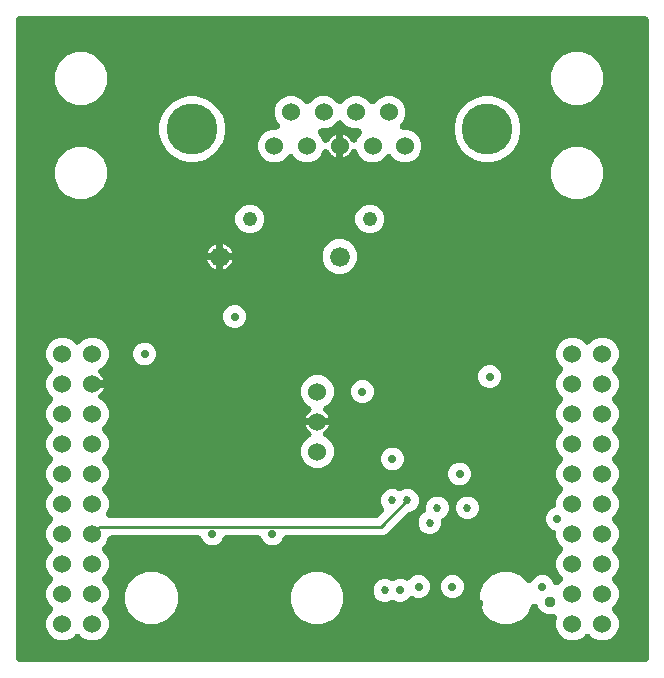
<source format=gbr>
G04 EAGLE Gerber X2 export*
%TF.Part,Single*%
%TF.FileFunction,Copper,L3,Inr,Mixed*%
%TF.FilePolarity,Positive*%
%TF.GenerationSoftware,Autodesk,EAGLE,9.0.0*%
%TF.CreationDate,2018-07-03T14:12:15Z*%
G75*
%MOMM*%
%FSLAX34Y34*%
%LPD*%
%AMOC8*
5,1,8,0,0,1.08239X$1,22.5*%
G01*
%ADD10C,1.524000*%
%ADD11C,4.318000*%
%ADD12C,1.219200*%
%ADD13C,1.676400*%
%ADD14C,0.705600*%
%ADD15C,0.508000*%
%ADD16C,0.955600*%
%ADD17C,0.406400*%
%ADD18C,0.254000*%
%ADD19C,0.685800*%

G36*
X538464Y6137D02*
X538464Y6137D01*
X538538Y6155D01*
X538613Y6165D01*
X538777Y6214D01*
X538943Y6255D01*
X539012Y6285D01*
X539086Y6307D01*
X539239Y6383D01*
X539396Y6450D01*
X539460Y6491D01*
X539529Y6524D01*
X539668Y6623D01*
X539812Y6715D01*
X539869Y6766D01*
X539931Y6810D01*
X540052Y6930D01*
X540180Y7044D01*
X540228Y7103D01*
X540282Y7157D01*
X540383Y7295D01*
X540490Y7428D01*
X540527Y7494D01*
X540572Y7555D01*
X540649Y7708D01*
X540734Y7856D01*
X540760Y7928D01*
X540795Y7996D01*
X540846Y8159D01*
X540905Y8319D01*
X540920Y8394D01*
X540943Y8466D01*
X540955Y8571D01*
X541000Y8803D01*
X541007Y9039D01*
X541019Y9144D01*
X541019Y549656D01*
X541013Y549732D01*
X541015Y549808D01*
X540993Y549977D01*
X540979Y550148D01*
X540961Y550222D01*
X540951Y550297D01*
X540902Y550461D01*
X540861Y550627D01*
X540831Y550696D01*
X540809Y550770D01*
X540733Y550923D01*
X540666Y551080D01*
X540625Y551144D01*
X540592Y551213D01*
X540493Y551352D01*
X540401Y551496D01*
X540350Y551553D01*
X540306Y551615D01*
X540186Y551736D01*
X540072Y551864D01*
X540013Y551912D01*
X539959Y551966D01*
X539821Y552067D01*
X539688Y552174D01*
X539622Y552211D01*
X539561Y552256D01*
X539408Y552333D01*
X539260Y552418D01*
X539188Y552444D01*
X539120Y552479D01*
X538957Y552530D01*
X538797Y552589D01*
X538722Y552604D01*
X538650Y552627D01*
X538545Y552639D01*
X538313Y552684D01*
X538077Y552691D01*
X537972Y552703D01*
X8128Y552703D01*
X8052Y552697D01*
X7976Y552699D01*
X7807Y552677D01*
X7636Y552663D01*
X7562Y552645D01*
X7487Y552635D01*
X7323Y552586D01*
X7157Y552545D01*
X7088Y552515D01*
X7014Y552493D01*
X6861Y552417D01*
X6704Y552350D01*
X6640Y552309D01*
X6571Y552276D01*
X6432Y552177D01*
X6288Y552085D01*
X6231Y552034D01*
X6169Y551990D01*
X6048Y551870D01*
X5920Y551756D01*
X5872Y551697D01*
X5818Y551643D01*
X5717Y551505D01*
X5610Y551372D01*
X5573Y551306D01*
X5528Y551245D01*
X5451Y551092D01*
X5366Y550944D01*
X5340Y550872D01*
X5305Y550804D01*
X5254Y550641D01*
X5195Y550481D01*
X5180Y550406D01*
X5157Y550334D01*
X5145Y550229D01*
X5100Y549997D01*
X5093Y549761D01*
X5081Y549656D01*
X5081Y9144D01*
X5087Y9068D01*
X5085Y8992D01*
X5107Y8823D01*
X5121Y8652D01*
X5139Y8578D01*
X5149Y8503D01*
X5198Y8339D01*
X5239Y8173D01*
X5269Y8104D01*
X5291Y8030D01*
X5367Y7877D01*
X5434Y7720D01*
X5475Y7656D01*
X5508Y7587D01*
X5607Y7448D01*
X5699Y7304D01*
X5750Y7247D01*
X5794Y7185D01*
X5914Y7064D01*
X6028Y6936D01*
X6087Y6888D01*
X6141Y6834D01*
X6279Y6733D01*
X6412Y6626D01*
X6478Y6589D01*
X6539Y6544D01*
X6692Y6467D01*
X6840Y6382D01*
X6912Y6356D01*
X6980Y6321D01*
X7143Y6270D01*
X7303Y6211D01*
X7378Y6196D01*
X7450Y6173D01*
X7555Y6161D01*
X7787Y6116D01*
X8023Y6109D01*
X8128Y6097D01*
X537972Y6097D01*
X538048Y6103D01*
X538124Y6101D01*
X538293Y6123D01*
X538464Y6137D01*
G37*
%LPC*%
G36*
X57378Y274669D02*
X57378Y274669D01*
X57547Y274696D01*
X57717Y274714D01*
X57790Y274734D01*
X57865Y274746D01*
X58028Y274799D01*
X58192Y274844D01*
X58262Y274876D01*
X58334Y274900D01*
X58486Y274979D01*
X58641Y275050D01*
X58704Y275093D01*
X58772Y275128D01*
X58854Y275194D01*
X59050Y275326D01*
X59222Y275488D01*
X59305Y275553D01*
X62080Y278328D01*
X67122Y280417D01*
X72578Y280417D01*
X77620Y278328D01*
X81478Y274470D01*
X83567Y269428D01*
X83567Y263972D01*
X81478Y258930D01*
X77620Y255072D01*
X76636Y254664D01*
X76482Y254585D01*
X76324Y254514D01*
X76263Y254473D01*
X76197Y254439D01*
X76057Y254336D01*
X75914Y254240D01*
X75859Y254190D01*
X75800Y254146D01*
X75679Y254022D01*
X75553Y253904D01*
X75507Y253846D01*
X75455Y253793D01*
X75356Y253651D01*
X75250Y253514D01*
X75215Y253449D01*
X75172Y253389D01*
X75097Y253233D01*
X75015Y253081D01*
X74991Y253011D01*
X74958Y252944D01*
X74909Y252778D01*
X74853Y252615D01*
X74840Y252542D01*
X74819Y252471D01*
X74797Y252299D01*
X74768Y252129D01*
X74767Y252055D01*
X74758Y251981D01*
X74764Y251809D01*
X74762Y251636D01*
X74773Y251562D01*
X74776Y251488D01*
X74810Y251319D01*
X74836Y251148D01*
X74859Y251078D01*
X74874Y251005D01*
X74935Y250843D01*
X74988Y250679D01*
X75022Y250613D01*
X75048Y250543D01*
X75135Y250394D01*
X75214Y250240D01*
X75258Y250180D01*
X75295Y250116D01*
X75405Y249982D01*
X75507Y249843D01*
X75550Y249804D01*
X75607Y249734D01*
X75977Y249408D01*
X75998Y249395D01*
X76011Y249383D01*
X76469Y249050D01*
X77600Y247919D01*
X78540Y246625D01*
X79266Y245200D01*
X79543Y244347D01*
X69850Y244347D01*
X69774Y244341D01*
X69698Y244344D01*
X69529Y244321D01*
X69359Y244307D01*
X69285Y244289D01*
X69209Y244279D01*
X69045Y244230D01*
X68880Y244189D01*
X68810Y244159D01*
X68737Y244137D01*
X68583Y244062D01*
X68426Y243994D01*
X68362Y243953D01*
X68294Y243920D01*
X68154Y243821D01*
X68010Y243729D01*
X67954Y243678D01*
X67891Y243634D01*
X67770Y243514D01*
X67642Y243400D01*
X67595Y243341D01*
X67540Y243288D01*
X67440Y243149D01*
X67333Y243017D01*
X67295Y242950D01*
X67250Y242889D01*
X67173Y242736D01*
X67089Y242588D01*
X67062Y242516D01*
X67028Y242448D01*
X66976Y242286D01*
X66917Y242125D01*
X66902Y242051D01*
X66879Y241978D01*
X66868Y241873D01*
X66822Y241641D01*
X66815Y241405D01*
X66803Y241300D01*
X66809Y241224D01*
X66807Y241148D01*
X66829Y240978D01*
X66843Y240808D01*
X66861Y240734D01*
X66871Y240659D01*
X66921Y240495D01*
X66962Y240329D01*
X66992Y240259D01*
X67014Y240186D01*
X67089Y240033D01*
X67156Y239876D01*
X67197Y239812D01*
X67231Y239743D01*
X67330Y239604D01*
X67421Y239460D01*
X67472Y239403D01*
X67516Y239341D01*
X67636Y239219D01*
X67750Y239092D01*
X67809Y239044D01*
X67863Y238990D01*
X68001Y238889D01*
X68134Y238782D01*
X68200Y238744D01*
X68262Y238699D01*
X68414Y238623D01*
X68563Y238538D01*
X68634Y238511D01*
X68702Y238477D01*
X68865Y238426D01*
X69025Y238366D01*
X69100Y238352D01*
X69173Y238329D01*
X69277Y238317D01*
X69509Y238272D01*
X69745Y238264D01*
X69850Y238253D01*
X79543Y238253D01*
X79266Y237400D01*
X78540Y235975D01*
X77600Y234681D01*
X76469Y233550D01*
X76011Y233217D01*
X75880Y233104D01*
X75743Y232998D01*
X75693Y232944D01*
X75636Y232895D01*
X75525Y232763D01*
X75408Y232636D01*
X75366Y232574D01*
X75319Y232518D01*
X75231Y232370D01*
X75135Y232225D01*
X75104Y232158D01*
X75066Y232094D01*
X75003Y231933D01*
X74932Y231776D01*
X74913Y231704D01*
X74886Y231635D01*
X74849Y231466D01*
X74804Y231299D01*
X74797Y231225D01*
X74781Y231153D01*
X74772Y230980D01*
X74755Y230808D01*
X74760Y230734D01*
X74756Y230660D01*
X74775Y230488D01*
X74786Y230316D01*
X74802Y230244D01*
X74811Y230170D01*
X74857Y230003D01*
X74896Y229835D01*
X74924Y229766D01*
X74944Y229695D01*
X75017Y229538D01*
X75082Y229378D01*
X75120Y229315D01*
X75152Y229247D01*
X75249Y229104D01*
X75339Y228957D01*
X75387Y228901D01*
X75429Y228839D01*
X75548Y228714D01*
X75661Y228583D01*
X75718Y228535D01*
X75769Y228482D01*
X75906Y228377D01*
X76039Y228266D01*
X76090Y228238D01*
X76162Y228183D01*
X76598Y227952D01*
X76621Y227945D01*
X76636Y227936D01*
X77620Y227528D01*
X81478Y223670D01*
X83567Y218628D01*
X83567Y213172D01*
X81479Y208130D01*
X78703Y205355D01*
X78654Y205297D01*
X78598Y205245D01*
X78494Y205109D01*
X78384Y204979D01*
X78344Y204913D01*
X78298Y204853D01*
X78217Y204703D01*
X78129Y204556D01*
X78101Y204486D01*
X78065Y204418D01*
X78009Y204257D01*
X77946Y204098D01*
X77930Y204024D01*
X77905Y203952D01*
X77876Y203783D01*
X77839Y203617D01*
X77835Y203540D01*
X77822Y203465D01*
X77821Y203294D01*
X77812Y203124D01*
X77820Y203048D01*
X77819Y202972D01*
X77846Y202803D01*
X77864Y202633D01*
X77884Y202560D01*
X77896Y202485D01*
X77949Y202322D01*
X77994Y202158D01*
X78026Y202088D01*
X78050Y202016D01*
X78129Y201864D01*
X78200Y201709D01*
X78243Y201646D01*
X78278Y201578D01*
X78344Y201496D01*
X78476Y201300D01*
X78638Y201128D01*
X78703Y201045D01*
X81478Y198270D01*
X83567Y193228D01*
X83567Y187772D01*
X81479Y182730D01*
X78703Y179955D01*
X78654Y179897D01*
X78598Y179845D01*
X78494Y179709D01*
X78384Y179579D01*
X78344Y179513D01*
X78298Y179453D01*
X78217Y179303D01*
X78129Y179156D01*
X78101Y179086D01*
X78065Y179018D01*
X78009Y178857D01*
X77946Y178698D01*
X77930Y178624D01*
X77905Y178552D01*
X77876Y178383D01*
X77839Y178217D01*
X77835Y178140D01*
X77822Y178065D01*
X77821Y177894D01*
X77812Y177724D01*
X77820Y177648D01*
X77819Y177572D01*
X77846Y177403D01*
X77864Y177233D01*
X77884Y177160D01*
X77896Y177085D01*
X77949Y176922D01*
X77994Y176758D01*
X78026Y176688D01*
X78050Y176616D01*
X78129Y176464D01*
X78200Y176309D01*
X78243Y176246D01*
X78278Y176178D01*
X78344Y176096D01*
X78476Y175900D01*
X78638Y175728D01*
X78703Y175645D01*
X81478Y172870D01*
X83567Y167828D01*
X83567Y162372D01*
X81479Y157330D01*
X78703Y154555D01*
X78654Y154497D01*
X78598Y154445D01*
X78494Y154309D01*
X78384Y154179D01*
X78344Y154113D01*
X78298Y154053D01*
X78217Y153903D01*
X78129Y153756D01*
X78101Y153686D01*
X78065Y153618D01*
X78009Y153457D01*
X77946Y153298D01*
X77930Y153224D01*
X77905Y153152D01*
X77876Y152983D01*
X77839Y152817D01*
X77835Y152740D01*
X77822Y152665D01*
X77821Y152494D01*
X77812Y152324D01*
X77820Y152248D01*
X77819Y152172D01*
X77846Y152003D01*
X77864Y151833D01*
X77884Y151760D01*
X77896Y151685D01*
X77949Y151522D01*
X77994Y151358D01*
X78026Y151288D01*
X78050Y151216D01*
X78129Y151064D01*
X78200Y150909D01*
X78243Y150846D01*
X78278Y150778D01*
X78344Y150696D01*
X78476Y150500D01*
X78544Y150428D01*
X78559Y150406D01*
X78643Y150321D01*
X78703Y150245D01*
X81478Y147470D01*
X83567Y142428D01*
X83567Y136972D01*
X81603Y132230D01*
X81548Y132059D01*
X81485Y131889D01*
X81472Y131824D01*
X81451Y131761D01*
X81425Y131582D01*
X81390Y131405D01*
X81388Y131339D01*
X81378Y131273D01*
X81380Y131092D01*
X81375Y130912D01*
X81383Y130846D01*
X81384Y130779D01*
X81415Y130602D01*
X81439Y130423D01*
X81458Y130359D01*
X81470Y130294D01*
X81529Y130123D01*
X81582Y129950D01*
X81611Y129891D01*
X81633Y129828D01*
X81719Y129670D01*
X81798Y129507D01*
X81837Y129453D01*
X81869Y129395D01*
X81979Y129252D01*
X82084Y129105D01*
X82131Y129058D01*
X82171Y129005D01*
X82304Y128882D01*
X82431Y128754D01*
X82484Y128715D01*
X82533Y128670D01*
X82683Y128570D01*
X82829Y128464D01*
X82889Y128434D01*
X82944Y128397D01*
X83109Y128323D01*
X83270Y128241D01*
X83333Y128221D01*
X83394Y128194D01*
X83568Y128147D01*
X83740Y128093D01*
X83793Y128087D01*
X83870Y128066D01*
X84361Y128017D01*
X84395Y128019D01*
X84418Y128017D01*
X310011Y128017D01*
X310125Y128026D01*
X310239Y128025D01*
X310371Y128046D01*
X310503Y128057D01*
X310614Y128084D01*
X310727Y128102D01*
X310853Y128143D01*
X310982Y128175D01*
X311087Y128220D01*
X311195Y128256D01*
X311313Y128317D01*
X311435Y128370D01*
X311532Y128431D01*
X311633Y128484D01*
X311706Y128543D01*
X311851Y128635D01*
X312093Y128851D01*
X312166Y128909D01*
X316101Y132844D01*
X316150Y132902D01*
X316205Y132954D01*
X316309Y133089D01*
X316420Y133220D01*
X316459Y133285D01*
X316506Y133345D01*
X316586Y133496D01*
X316675Y133642D01*
X316703Y133713D01*
X316739Y133780D01*
X316794Y133942D01*
X316858Y134100D01*
X316874Y134175D01*
X316899Y134247D01*
X316927Y134415D01*
X316964Y134582D01*
X316969Y134658D01*
X316981Y134733D01*
X316983Y134904D01*
X316992Y135074D01*
X316984Y135150D01*
X316984Y135226D01*
X316958Y135395D01*
X316940Y135565D01*
X316920Y135639D01*
X316908Y135714D01*
X316854Y135876D01*
X316809Y136041D01*
X316777Y136110D01*
X316754Y136182D01*
X316675Y136334D01*
X316604Y136489D01*
X316561Y136552D01*
X316526Y136620D01*
X316460Y136702D01*
X316328Y136898D01*
X316166Y137071D01*
X316100Y137153D01*
X315774Y137479D01*
X314324Y140980D01*
X314324Y144770D01*
X315774Y148271D01*
X318454Y150951D01*
X321955Y152401D01*
X325745Y152401D01*
X329034Y151038D01*
X329142Y151003D01*
X329248Y150959D01*
X329377Y150928D01*
X329503Y150887D01*
X329616Y150870D01*
X329727Y150843D01*
X329860Y150833D01*
X329991Y150814D01*
X330105Y150815D01*
X330219Y150806D01*
X330352Y150818D01*
X330485Y150820D01*
X330597Y150840D01*
X330711Y150850D01*
X330801Y150876D01*
X330970Y150905D01*
X331277Y151013D01*
X331366Y151038D01*
X334655Y152401D01*
X338445Y152401D01*
X341946Y150951D01*
X344626Y148271D01*
X346076Y144770D01*
X346076Y140980D01*
X344626Y137479D01*
X341946Y134799D01*
X338392Y133327D01*
X338345Y133320D01*
X338213Y133309D01*
X338102Y133282D01*
X337989Y133264D01*
X337863Y133223D01*
X337734Y133191D01*
X337629Y133146D01*
X337521Y133110D01*
X337403Y133048D01*
X337281Y132996D01*
X337184Y132935D01*
X337083Y132882D01*
X337010Y132823D01*
X336865Y132731D01*
X336622Y132515D01*
X336550Y132457D01*
X318498Y114405D01*
X315790Y113283D01*
X234283Y113283D01*
X234065Y113266D01*
X233847Y113252D01*
X233819Y113246D01*
X233791Y113243D01*
X233579Y113191D01*
X233366Y113142D01*
X233340Y113131D01*
X233312Y113125D01*
X233112Y113039D01*
X232909Y112956D01*
X232885Y112941D01*
X232859Y112930D01*
X232675Y112813D01*
X232488Y112699D01*
X232467Y112680D01*
X232443Y112665D01*
X232280Y112520D01*
X232114Y112377D01*
X232096Y112355D01*
X232075Y112336D01*
X231938Y112167D01*
X231797Y111999D01*
X231786Y111978D01*
X231765Y111952D01*
X231521Y111524D01*
X231493Y111448D01*
X231467Y111402D01*
X230409Y108848D01*
X227702Y106141D01*
X224165Y104675D01*
X220335Y104675D01*
X216798Y106141D01*
X214091Y108848D01*
X213033Y111402D01*
X212933Y111596D01*
X212837Y111793D01*
X212820Y111816D01*
X212808Y111841D01*
X212678Y112017D01*
X212551Y112195D01*
X212531Y112215D01*
X212515Y112238D01*
X212358Y112391D01*
X212205Y112546D01*
X212182Y112563D01*
X212161Y112583D01*
X211983Y112708D01*
X211806Y112836D01*
X211780Y112849D01*
X211757Y112865D01*
X211561Y112960D01*
X211366Y113059D01*
X211339Y113067D01*
X211313Y113080D01*
X211103Y113141D01*
X210895Y113207D01*
X210872Y113210D01*
X210840Y113219D01*
X210350Y113280D01*
X210270Y113277D01*
X210217Y113283D01*
X183483Y113283D01*
X183265Y113266D01*
X183047Y113252D01*
X183019Y113246D01*
X182991Y113243D01*
X182779Y113191D01*
X182566Y113142D01*
X182540Y113131D01*
X182512Y113125D01*
X182312Y113039D01*
X182109Y112956D01*
X182085Y112941D01*
X182059Y112930D01*
X181875Y112813D01*
X181688Y112699D01*
X181667Y112680D01*
X181643Y112665D01*
X181480Y112520D01*
X181314Y112377D01*
X181296Y112355D01*
X181275Y112336D01*
X181138Y112167D01*
X180997Y111999D01*
X180986Y111978D01*
X180965Y111952D01*
X180721Y111524D01*
X180693Y111448D01*
X180667Y111402D01*
X179609Y108848D01*
X176902Y106141D01*
X173365Y104675D01*
X169535Y104675D01*
X165998Y106141D01*
X163291Y108848D01*
X162233Y111402D01*
X162133Y111596D01*
X162037Y111793D01*
X162020Y111816D01*
X162008Y111841D01*
X161878Y112017D01*
X161751Y112195D01*
X161731Y112215D01*
X161715Y112238D01*
X161558Y112391D01*
X161405Y112546D01*
X161382Y112563D01*
X161361Y112583D01*
X161183Y112708D01*
X161006Y112836D01*
X160980Y112849D01*
X160957Y112865D01*
X160761Y112960D01*
X160566Y113059D01*
X160539Y113067D01*
X160513Y113080D01*
X160303Y113141D01*
X160095Y113207D01*
X160072Y113210D01*
X160040Y113219D01*
X159550Y113280D01*
X159470Y113277D01*
X159417Y113283D01*
X86312Y113283D01*
X86094Y113266D01*
X85876Y113252D01*
X85849Y113246D01*
X85820Y113243D01*
X85608Y113191D01*
X85395Y113142D01*
X85369Y113131D01*
X85341Y113125D01*
X85141Y113039D01*
X84938Y112956D01*
X84914Y112941D01*
X84888Y112930D01*
X84704Y112813D01*
X84517Y112699D01*
X84496Y112680D01*
X84472Y112665D01*
X84309Y112520D01*
X84144Y112377D01*
X84125Y112355D01*
X84104Y112336D01*
X83967Y112166D01*
X83826Y111999D01*
X83815Y111979D01*
X83794Y111952D01*
X83550Y111524D01*
X83522Y111448D01*
X83497Y111402D01*
X81479Y106530D01*
X78703Y103755D01*
X78654Y103697D01*
X78598Y103645D01*
X78494Y103509D01*
X78384Y103379D01*
X78344Y103313D01*
X78298Y103253D01*
X78217Y103103D01*
X78129Y102956D01*
X78101Y102886D01*
X78065Y102818D01*
X78009Y102657D01*
X77946Y102498D01*
X77930Y102424D01*
X77905Y102352D01*
X77876Y102183D01*
X77839Y102017D01*
X77835Y101940D01*
X77822Y101865D01*
X77821Y101694D01*
X77812Y101524D01*
X77820Y101448D01*
X77819Y101372D01*
X77846Y101203D01*
X77864Y101033D01*
X77884Y100960D01*
X77896Y100885D01*
X77949Y100722D01*
X77994Y100558D01*
X78026Y100488D01*
X78050Y100416D01*
X78129Y100264D01*
X78200Y100109D01*
X78243Y100046D01*
X78278Y99978D01*
X78344Y99896D01*
X78476Y99700D01*
X78638Y99528D01*
X78703Y99445D01*
X81478Y96670D01*
X83567Y91628D01*
X83567Y86172D01*
X81479Y81130D01*
X78703Y78355D01*
X78654Y78297D01*
X78598Y78245D01*
X78494Y78109D01*
X78384Y77979D01*
X78344Y77913D01*
X78298Y77853D01*
X78217Y77703D01*
X78129Y77556D01*
X78101Y77486D01*
X78065Y77418D01*
X78009Y77257D01*
X77946Y77098D01*
X77930Y77024D01*
X77905Y76952D01*
X77876Y76783D01*
X77839Y76617D01*
X77835Y76540D01*
X77822Y76465D01*
X77821Y76294D01*
X77812Y76124D01*
X77820Y76048D01*
X77819Y75972D01*
X77846Y75803D01*
X77864Y75633D01*
X77884Y75560D01*
X77896Y75485D01*
X77949Y75322D01*
X77994Y75158D01*
X78026Y75088D01*
X78050Y75016D01*
X78129Y74864D01*
X78200Y74709D01*
X78243Y74646D01*
X78278Y74578D01*
X78344Y74496D01*
X78476Y74300D01*
X78521Y74251D01*
X78540Y74225D01*
X78644Y74120D01*
X78703Y74045D01*
X81478Y71270D01*
X83567Y66228D01*
X83567Y60772D01*
X81479Y55730D01*
X78703Y52955D01*
X78654Y52897D01*
X78598Y52845D01*
X78494Y52709D01*
X78384Y52579D01*
X78344Y52513D01*
X78298Y52453D01*
X78217Y52303D01*
X78129Y52156D01*
X78101Y52086D01*
X78065Y52018D01*
X78009Y51857D01*
X77946Y51698D01*
X77930Y51624D01*
X77905Y51552D01*
X77876Y51383D01*
X77839Y51217D01*
X77835Y51140D01*
X77822Y51065D01*
X77821Y50894D01*
X77812Y50724D01*
X77820Y50648D01*
X77819Y50572D01*
X77846Y50403D01*
X77864Y50233D01*
X77884Y50160D01*
X77896Y50085D01*
X77949Y49922D01*
X77994Y49758D01*
X78026Y49688D01*
X78050Y49616D01*
X78129Y49464D01*
X78200Y49309D01*
X78243Y49246D01*
X78278Y49178D01*
X78344Y49096D01*
X78476Y48900D01*
X78638Y48728D01*
X78703Y48645D01*
X81478Y45870D01*
X83567Y40828D01*
X83567Y35372D01*
X81478Y30330D01*
X77620Y26472D01*
X72578Y24383D01*
X67122Y24383D01*
X62080Y26472D01*
X59305Y29247D01*
X59247Y29296D01*
X59194Y29352D01*
X59059Y29456D01*
X58929Y29566D01*
X58864Y29606D01*
X58803Y29652D01*
X58653Y29733D01*
X58506Y29821D01*
X58435Y29849D01*
X58368Y29885D01*
X58207Y29941D01*
X58048Y30004D01*
X57974Y30020D01*
X57902Y30045D01*
X57733Y30074D01*
X57566Y30111D01*
X57490Y30115D01*
X57415Y30128D01*
X57244Y30129D01*
X57074Y30138D01*
X56998Y30130D01*
X56922Y30131D01*
X56753Y30104D01*
X56583Y30086D01*
X56510Y30066D01*
X56435Y30054D01*
X56272Y30001D01*
X56108Y29956D01*
X56038Y29924D01*
X55966Y29900D01*
X55815Y29821D01*
X55659Y29750D01*
X55596Y29707D01*
X55528Y29672D01*
X55446Y29606D01*
X55250Y29474D01*
X55078Y29313D01*
X54995Y29247D01*
X52220Y26471D01*
X47178Y24383D01*
X41722Y24383D01*
X36680Y26472D01*
X32822Y30330D01*
X30733Y35372D01*
X30733Y40828D01*
X32822Y45870D01*
X35597Y48645D01*
X35646Y48703D01*
X35702Y48756D01*
X35806Y48891D01*
X35916Y49021D01*
X35956Y49086D01*
X36002Y49147D01*
X36083Y49297D01*
X36171Y49444D01*
X36199Y49515D01*
X36235Y49582D01*
X36291Y49743D01*
X36354Y49902D01*
X36370Y49976D01*
X36395Y50048D01*
X36424Y50217D01*
X36461Y50384D01*
X36465Y50460D01*
X36478Y50535D01*
X36479Y50706D01*
X36488Y50876D01*
X36480Y50952D01*
X36481Y51028D01*
X36454Y51197D01*
X36436Y51367D01*
X36416Y51440D01*
X36404Y51515D01*
X36351Y51678D01*
X36306Y51842D01*
X36274Y51912D01*
X36250Y51984D01*
X36171Y52135D01*
X36100Y52291D01*
X36057Y52354D01*
X36022Y52422D01*
X35956Y52504D01*
X35824Y52700D01*
X35663Y52872D01*
X35597Y52955D01*
X32821Y55730D01*
X30733Y60772D01*
X30733Y66228D01*
X32822Y71270D01*
X35597Y74045D01*
X35615Y74067D01*
X35633Y74083D01*
X35661Y74117D01*
X35702Y74156D01*
X35806Y74291D01*
X35916Y74421D01*
X35956Y74486D01*
X36002Y74547D01*
X36083Y74697D01*
X36171Y74844D01*
X36199Y74915D01*
X36235Y74982D01*
X36291Y75143D01*
X36354Y75302D01*
X36370Y75376D01*
X36395Y75448D01*
X36424Y75617D01*
X36461Y75784D01*
X36465Y75860D01*
X36478Y75935D01*
X36479Y76106D01*
X36488Y76276D01*
X36480Y76352D01*
X36481Y76428D01*
X36454Y76597D01*
X36436Y76767D01*
X36416Y76840D01*
X36404Y76915D01*
X36351Y77078D01*
X36306Y77242D01*
X36274Y77312D01*
X36250Y77384D01*
X36171Y77535D01*
X36100Y77691D01*
X36057Y77754D01*
X36022Y77822D01*
X35956Y77904D01*
X35824Y78100D01*
X35663Y78272D01*
X35597Y78355D01*
X32821Y81130D01*
X30733Y86172D01*
X30733Y91628D01*
X32822Y96670D01*
X35597Y99445D01*
X35646Y99503D01*
X35702Y99556D01*
X35806Y99691D01*
X35916Y99821D01*
X35956Y99886D01*
X36002Y99947D01*
X36083Y100097D01*
X36171Y100244D01*
X36199Y100315D01*
X36235Y100382D01*
X36291Y100543D01*
X36354Y100702D01*
X36370Y100776D01*
X36395Y100848D01*
X36424Y101017D01*
X36461Y101184D01*
X36465Y101260D01*
X36478Y101335D01*
X36479Y101506D01*
X36488Y101676D01*
X36480Y101752D01*
X36481Y101828D01*
X36454Y101997D01*
X36436Y102167D01*
X36416Y102240D01*
X36404Y102315D01*
X36351Y102478D01*
X36306Y102642D01*
X36274Y102712D01*
X36250Y102784D01*
X36171Y102935D01*
X36100Y103091D01*
X36057Y103154D01*
X36022Y103222D01*
X35956Y103304D01*
X35824Y103500D01*
X35663Y103672D01*
X35597Y103755D01*
X32821Y106530D01*
X30733Y111572D01*
X30733Y117028D01*
X32822Y122070D01*
X35597Y124845D01*
X35646Y124903D01*
X35702Y124956D01*
X35806Y125091D01*
X35916Y125221D01*
X35956Y125286D01*
X36002Y125347D01*
X36083Y125497D01*
X36171Y125644D01*
X36199Y125715D01*
X36235Y125782D01*
X36291Y125943D01*
X36354Y126102D01*
X36370Y126176D01*
X36395Y126248D01*
X36424Y126417D01*
X36461Y126584D01*
X36465Y126660D01*
X36478Y126735D01*
X36479Y126906D01*
X36488Y127076D01*
X36480Y127152D01*
X36481Y127228D01*
X36454Y127397D01*
X36436Y127567D01*
X36416Y127640D01*
X36404Y127715D01*
X36351Y127878D01*
X36306Y128042D01*
X36274Y128112D01*
X36250Y128184D01*
X36171Y128335D01*
X36100Y128491D01*
X36057Y128554D01*
X36022Y128622D01*
X35956Y128704D01*
X35824Y128900D01*
X35663Y129072D01*
X35597Y129155D01*
X32821Y131930D01*
X30733Y136972D01*
X30733Y142428D01*
X32822Y147470D01*
X35597Y150245D01*
X35608Y150259D01*
X35615Y150264D01*
X35645Y150301D01*
X35646Y150303D01*
X35702Y150356D01*
X35806Y150491D01*
X35916Y150621D01*
X35956Y150686D01*
X36002Y150747D01*
X36083Y150897D01*
X36171Y151044D01*
X36199Y151115D01*
X36235Y151182D01*
X36291Y151343D01*
X36354Y151502D01*
X36370Y151576D01*
X36395Y151648D01*
X36424Y151817D01*
X36461Y151984D01*
X36465Y152060D01*
X36478Y152135D01*
X36479Y152306D01*
X36488Y152476D01*
X36480Y152552D01*
X36481Y152628D01*
X36454Y152797D01*
X36436Y152967D01*
X36416Y153040D01*
X36404Y153115D01*
X36351Y153278D01*
X36306Y153442D01*
X36274Y153512D01*
X36250Y153584D01*
X36171Y153735D01*
X36100Y153891D01*
X36057Y153954D01*
X36022Y154022D01*
X35956Y154104D01*
X35824Y154300D01*
X35663Y154472D01*
X35597Y154555D01*
X32821Y157330D01*
X30733Y162372D01*
X30733Y167828D01*
X32822Y172870D01*
X35597Y175645D01*
X35646Y175703D01*
X35702Y175756D01*
X35806Y175891D01*
X35916Y176021D01*
X35956Y176086D01*
X36002Y176147D01*
X36083Y176297D01*
X36171Y176444D01*
X36199Y176515D01*
X36235Y176582D01*
X36291Y176743D01*
X36354Y176902D01*
X36370Y176976D01*
X36395Y177048D01*
X36424Y177217D01*
X36461Y177384D01*
X36465Y177460D01*
X36478Y177535D01*
X36479Y177706D01*
X36488Y177876D01*
X36480Y177952D01*
X36481Y178028D01*
X36454Y178197D01*
X36436Y178367D01*
X36416Y178440D01*
X36404Y178515D01*
X36351Y178678D01*
X36306Y178842D01*
X36274Y178912D01*
X36250Y178984D01*
X36171Y179135D01*
X36100Y179291D01*
X36057Y179354D01*
X36022Y179422D01*
X35956Y179504D01*
X35824Y179700D01*
X35663Y179872D01*
X35597Y179955D01*
X32821Y182730D01*
X30733Y187772D01*
X30733Y193228D01*
X32822Y198270D01*
X35597Y201045D01*
X35646Y201103D01*
X35702Y201156D01*
X35806Y201291D01*
X35916Y201421D01*
X35956Y201486D01*
X36002Y201547D01*
X36083Y201697D01*
X36171Y201844D01*
X36199Y201915D01*
X36235Y201982D01*
X36291Y202143D01*
X36354Y202302D01*
X36370Y202376D01*
X36395Y202448D01*
X36424Y202617D01*
X36461Y202784D01*
X36465Y202860D01*
X36478Y202935D01*
X36479Y203106D01*
X36488Y203276D01*
X36480Y203352D01*
X36481Y203428D01*
X36454Y203597D01*
X36436Y203767D01*
X36416Y203840D01*
X36404Y203915D01*
X36351Y204078D01*
X36306Y204242D01*
X36274Y204312D01*
X36250Y204384D01*
X36171Y204535D01*
X36100Y204691D01*
X36057Y204754D01*
X36022Y204822D01*
X35956Y204904D01*
X35824Y205100D01*
X35663Y205272D01*
X35597Y205355D01*
X32821Y208130D01*
X30733Y213172D01*
X30733Y218628D01*
X32822Y223670D01*
X35597Y226445D01*
X35646Y226503D01*
X35702Y226556D01*
X35806Y226691D01*
X35916Y226821D01*
X35956Y226886D01*
X36002Y226947D01*
X36083Y227097D01*
X36171Y227244D01*
X36199Y227315D01*
X36235Y227382D01*
X36291Y227543D01*
X36354Y227702D01*
X36370Y227776D01*
X36395Y227848D01*
X36424Y228017D01*
X36461Y228184D01*
X36465Y228260D01*
X36478Y228335D01*
X36479Y228506D01*
X36488Y228676D01*
X36480Y228752D01*
X36481Y228828D01*
X36454Y228997D01*
X36436Y229167D01*
X36416Y229240D01*
X36404Y229315D01*
X36351Y229478D01*
X36306Y229642D01*
X36274Y229712D01*
X36250Y229784D01*
X36171Y229935D01*
X36100Y230091D01*
X36057Y230154D01*
X36022Y230222D01*
X35956Y230304D01*
X35824Y230500D01*
X35663Y230672D01*
X35597Y230755D01*
X32821Y233530D01*
X30733Y238572D01*
X30733Y244028D01*
X32822Y249070D01*
X35597Y251845D01*
X35646Y251903D01*
X35702Y251956D01*
X35806Y252091D01*
X35916Y252221D01*
X35956Y252286D01*
X36002Y252347D01*
X36083Y252497D01*
X36171Y252644D01*
X36199Y252715D01*
X36235Y252782D01*
X36291Y252943D01*
X36354Y253102D01*
X36370Y253176D01*
X36395Y253248D01*
X36424Y253417D01*
X36461Y253584D01*
X36465Y253660D01*
X36478Y253735D01*
X36479Y253906D01*
X36488Y254076D01*
X36480Y254152D01*
X36481Y254228D01*
X36454Y254397D01*
X36436Y254567D01*
X36416Y254640D01*
X36404Y254715D01*
X36351Y254878D01*
X36306Y255042D01*
X36274Y255112D01*
X36250Y255184D01*
X36171Y255335D01*
X36100Y255491D01*
X36057Y255554D01*
X36022Y255622D01*
X35956Y255704D01*
X35824Y255900D01*
X35663Y256072D01*
X35597Y256155D01*
X32821Y258930D01*
X30733Y263972D01*
X30733Y269428D01*
X32822Y274470D01*
X36680Y278328D01*
X41722Y280417D01*
X47178Y280417D01*
X52220Y278329D01*
X54995Y275553D01*
X55053Y275504D01*
X55105Y275448D01*
X55241Y275344D01*
X55371Y275234D01*
X55437Y275194D01*
X55497Y275148D01*
X55647Y275067D01*
X55794Y274979D01*
X55864Y274951D01*
X55932Y274915D01*
X56093Y274859D01*
X56252Y274796D01*
X56326Y274780D01*
X56398Y274755D01*
X56567Y274726D01*
X56733Y274689D01*
X56810Y274685D01*
X56885Y274672D01*
X57056Y274671D01*
X57226Y274662D01*
X57302Y274670D01*
X57378Y274669D01*
G37*
%LPD*%
%LPC*%
G36*
X439722Y72867D02*
X439722Y72867D01*
X439901Y72886D01*
X440081Y72898D01*
X440146Y72912D01*
X440212Y72919D01*
X440386Y72967D01*
X440562Y73007D01*
X440624Y73032D01*
X440688Y73050D01*
X440852Y73125D01*
X441019Y73193D01*
X441076Y73228D01*
X441136Y73256D01*
X441286Y73356D01*
X441440Y73451D01*
X441491Y73494D01*
X441546Y73531D01*
X441677Y73655D01*
X441814Y73772D01*
X441857Y73823D01*
X441905Y73869D01*
X442015Y74012D01*
X442131Y74150D01*
X442156Y74197D01*
X442205Y74260D01*
X442439Y74695D01*
X442449Y74727D01*
X442461Y74747D01*
X442691Y75302D01*
X445398Y78009D01*
X448935Y79475D01*
X452765Y79475D01*
X456302Y78009D01*
X459009Y75302D01*
X460089Y72696D01*
X460171Y72535D01*
X460247Y72371D01*
X460284Y72316D01*
X460314Y72257D01*
X460421Y72112D01*
X460522Y71962D01*
X460567Y71913D01*
X460607Y71860D01*
X460736Y71734D01*
X460860Y71602D01*
X460912Y71562D01*
X460960Y71516D01*
X461108Y71412D01*
X461251Y71302D01*
X461310Y71271D01*
X461364Y71233D01*
X461527Y71154D01*
X461686Y71069D01*
X461749Y71047D01*
X461809Y71019D01*
X461982Y70967D01*
X462153Y70909D01*
X462218Y70898D01*
X462282Y70879D01*
X462461Y70857D01*
X462639Y70826D01*
X462706Y70826D01*
X462771Y70818D01*
X462951Y70824D01*
X463132Y70823D01*
X463198Y70834D01*
X463264Y70836D01*
X463441Y70872D01*
X463620Y70900D01*
X463683Y70921D01*
X463748Y70934D01*
X463917Y70998D01*
X464088Y71054D01*
X464147Y71085D01*
X464209Y71108D01*
X464366Y71199D01*
X464526Y71282D01*
X464567Y71315D01*
X464637Y71355D01*
X465018Y71668D01*
X465041Y71693D01*
X465059Y71707D01*
X467397Y74045D01*
X467415Y74067D01*
X467433Y74083D01*
X467461Y74117D01*
X467502Y74156D01*
X467606Y74291D01*
X467716Y74421D01*
X467756Y74486D01*
X467802Y74547D01*
X467883Y74698D01*
X467971Y74844D01*
X467999Y74915D01*
X468035Y74982D01*
X468091Y75143D01*
X468154Y75302D01*
X468171Y75376D01*
X468195Y75448D01*
X468224Y75617D01*
X468261Y75784D01*
X468265Y75860D01*
X468278Y75935D01*
X468279Y76106D01*
X468288Y76276D01*
X468280Y76352D01*
X468281Y76428D01*
X468254Y76597D01*
X468236Y76767D01*
X468216Y76840D01*
X468204Y76915D01*
X468151Y77078D01*
X468106Y77242D01*
X468074Y77312D01*
X468050Y77384D01*
X467971Y77536D01*
X467900Y77691D01*
X467857Y77754D01*
X467822Y77822D01*
X467756Y77904D01*
X467624Y78100D01*
X467463Y78272D01*
X467397Y78355D01*
X464621Y81130D01*
X462533Y86172D01*
X462533Y91628D01*
X464622Y96670D01*
X467397Y99445D01*
X467446Y99503D01*
X467502Y99556D01*
X467606Y99691D01*
X467716Y99821D01*
X467756Y99886D01*
X467802Y99947D01*
X467883Y100097D01*
X467971Y100244D01*
X467999Y100315D01*
X468035Y100382D01*
X468091Y100543D01*
X468154Y100702D01*
X468170Y100776D01*
X468195Y100848D01*
X468224Y101017D01*
X468261Y101184D01*
X468265Y101260D01*
X468278Y101335D01*
X468279Y101506D01*
X468288Y101676D01*
X468280Y101752D01*
X468281Y101828D01*
X468254Y101997D01*
X468236Y102167D01*
X468216Y102240D01*
X468204Y102315D01*
X468151Y102478D01*
X468106Y102642D01*
X468074Y102712D01*
X468050Y102784D01*
X467971Y102935D01*
X467900Y103091D01*
X467857Y103154D01*
X467822Y103222D01*
X467756Y103304D01*
X467624Y103500D01*
X467463Y103672D01*
X467397Y103755D01*
X464621Y106530D01*
X462533Y111572D01*
X462533Y114967D01*
X462516Y115185D01*
X462502Y115403D01*
X462496Y115431D01*
X462493Y115459D01*
X462441Y115671D01*
X462392Y115884D01*
X462381Y115910D01*
X462375Y115938D01*
X462289Y116138D01*
X462206Y116341D01*
X462191Y116365D01*
X462180Y116391D01*
X462063Y116575D01*
X461949Y116762D01*
X461930Y116783D01*
X461915Y116807D01*
X461770Y116970D01*
X461627Y117136D01*
X461605Y117154D01*
X461586Y117175D01*
X461417Y117312D01*
X461249Y117453D01*
X461228Y117464D01*
X461202Y117485D01*
X460774Y117729D01*
X460698Y117757D01*
X460652Y117783D01*
X458098Y118841D01*
X455391Y121548D01*
X453925Y125085D01*
X453925Y128915D01*
X455391Y132452D01*
X458098Y135159D01*
X460652Y136217D01*
X460846Y136317D01*
X461043Y136413D01*
X461066Y136430D01*
X461091Y136442D01*
X461267Y136572D01*
X461445Y136699D01*
X461465Y136719D01*
X461488Y136735D01*
X461641Y136892D01*
X461796Y137045D01*
X461813Y137068D01*
X461833Y137089D01*
X461958Y137267D01*
X462086Y137444D01*
X462099Y137469D01*
X462115Y137493D01*
X462210Y137689D01*
X462309Y137884D01*
X462317Y137911D01*
X462330Y137937D01*
X462391Y138147D01*
X462457Y138355D01*
X462460Y138378D01*
X462469Y138410D01*
X462530Y138900D01*
X462527Y138980D01*
X462533Y139033D01*
X462533Y142428D01*
X464622Y147470D01*
X467397Y150245D01*
X467408Y150259D01*
X467415Y150264D01*
X467445Y150301D01*
X467446Y150303D01*
X467502Y150356D01*
X467606Y150491D01*
X467716Y150621D01*
X467756Y150686D01*
X467802Y150747D01*
X467883Y150897D01*
X467971Y151044D01*
X467999Y151115D01*
X468035Y151182D01*
X468091Y151343D01*
X468154Y151502D01*
X468170Y151576D01*
X468195Y151648D01*
X468224Y151817D01*
X468261Y151984D01*
X468265Y152060D01*
X468278Y152135D01*
X468279Y152306D01*
X468288Y152476D01*
X468280Y152552D01*
X468281Y152628D01*
X468254Y152797D01*
X468236Y152967D01*
X468216Y153040D01*
X468204Y153115D01*
X468151Y153278D01*
X468106Y153442D01*
X468074Y153512D01*
X468050Y153584D01*
X467971Y153735D01*
X467900Y153891D01*
X467857Y153954D01*
X467822Y154022D01*
X467756Y154104D01*
X467624Y154300D01*
X467463Y154472D01*
X467397Y154555D01*
X464621Y157330D01*
X462533Y162372D01*
X462533Y167828D01*
X464622Y172870D01*
X467397Y175645D01*
X467446Y175703D01*
X467502Y175756D01*
X467606Y175891D01*
X467716Y176021D01*
X467756Y176086D01*
X467802Y176147D01*
X467883Y176297D01*
X467971Y176444D01*
X467999Y176515D01*
X468035Y176582D01*
X468091Y176743D01*
X468154Y176902D01*
X468170Y176976D01*
X468195Y177048D01*
X468224Y177217D01*
X468261Y177384D01*
X468265Y177460D01*
X468278Y177535D01*
X468279Y177706D01*
X468288Y177876D01*
X468280Y177952D01*
X468281Y178028D01*
X468254Y178197D01*
X468236Y178367D01*
X468216Y178440D01*
X468204Y178515D01*
X468151Y178678D01*
X468106Y178842D01*
X468074Y178912D01*
X468050Y178984D01*
X467971Y179135D01*
X467900Y179291D01*
X467857Y179354D01*
X467822Y179422D01*
X467756Y179504D01*
X467624Y179700D01*
X467463Y179872D01*
X467397Y179955D01*
X464621Y182730D01*
X462533Y187772D01*
X462533Y193228D01*
X464622Y198270D01*
X467397Y201045D01*
X467446Y201103D01*
X467502Y201156D01*
X467606Y201291D01*
X467716Y201421D01*
X467756Y201486D01*
X467802Y201547D01*
X467883Y201697D01*
X467971Y201844D01*
X467999Y201915D01*
X468035Y201982D01*
X468091Y202143D01*
X468154Y202302D01*
X468170Y202376D01*
X468195Y202448D01*
X468224Y202617D01*
X468261Y202784D01*
X468265Y202860D01*
X468278Y202935D01*
X468279Y203106D01*
X468288Y203276D01*
X468280Y203352D01*
X468281Y203428D01*
X468254Y203597D01*
X468236Y203767D01*
X468216Y203840D01*
X468204Y203915D01*
X468151Y204078D01*
X468106Y204242D01*
X468074Y204312D01*
X468050Y204384D01*
X467971Y204535D01*
X467900Y204691D01*
X467857Y204754D01*
X467822Y204822D01*
X467756Y204904D01*
X467624Y205100D01*
X467463Y205272D01*
X467397Y205355D01*
X464621Y208130D01*
X462533Y213172D01*
X462533Y218628D01*
X464621Y223670D01*
X467397Y226445D01*
X467446Y226503D01*
X467502Y226555D01*
X467606Y226691D01*
X467716Y226821D01*
X467756Y226887D01*
X467802Y226947D01*
X467883Y227097D01*
X467971Y227244D01*
X467999Y227314D01*
X468035Y227382D01*
X468091Y227543D01*
X468154Y227702D01*
X468170Y227776D01*
X468195Y227848D01*
X468224Y228017D01*
X468261Y228183D01*
X468265Y228260D01*
X468278Y228335D01*
X468279Y228506D01*
X468288Y228676D01*
X468280Y228752D01*
X468281Y228828D01*
X468254Y228997D01*
X468236Y229167D01*
X468216Y229240D01*
X468204Y229315D01*
X468151Y229478D01*
X468106Y229642D01*
X468074Y229712D01*
X468050Y229784D01*
X467971Y229936D01*
X467900Y230091D01*
X467857Y230154D01*
X467822Y230222D01*
X467756Y230304D01*
X467624Y230500D01*
X467462Y230672D01*
X467397Y230755D01*
X464622Y233530D01*
X462533Y238572D01*
X462533Y244028D01*
X464622Y249070D01*
X467397Y251845D01*
X467446Y251903D01*
X467502Y251956D01*
X467606Y252091D01*
X467716Y252221D01*
X467756Y252286D01*
X467802Y252347D01*
X467883Y252497D01*
X467971Y252644D01*
X467999Y252715D01*
X468035Y252782D01*
X468091Y252943D01*
X468154Y253102D01*
X468170Y253176D01*
X468195Y253248D01*
X468224Y253417D01*
X468261Y253584D01*
X468265Y253660D01*
X468278Y253735D01*
X468279Y253906D01*
X468288Y254076D01*
X468280Y254152D01*
X468281Y254228D01*
X468254Y254397D01*
X468236Y254567D01*
X468216Y254640D01*
X468204Y254715D01*
X468151Y254878D01*
X468106Y255042D01*
X468074Y255112D01*
X468050Y255184D01*
X467971Y255335D01*
X467900Y255491D01*
X467857Y255554D01*
X467822Y255622D01*
X467756Y255704D01*
X467624Y255900D01*
X467463Y256072D01*
X467397Y256155D01*
X464621Y258930D01*
X462533Y263972D01*
X462533Y269428D01*
X464622Y274470D01*
X468480Y278328D01*
X473522Y280417D01*
X478978Y280417D01*
X484020Y278328D01*
X486795Y275553D01*
X486853Y275504D01*
X486906Y275448D01*
X487041Y275344D01*
X487171Y275234D01*
X487236Y275194D01*
X487297Y275148D01*
X487447Y275067D01*
X487594Y274979D01*
X487665Y274951D01*
X487732Y274915D01*
X487893Y274859D01*
X488052Y274796D01*
X488126Y274780D01*
X488198Y274755D01*
X488367Y274726D01*
X488534Y274689D01*
X488610Y274685D01*
X488685Y274672D01*
X488856Y274671D01*
X489026Y274662D01*
X489102Y274670D01*
X489178Y274669D01*
X489347Y274696D01*
X489517Y274714D01*
X489590Y274734D01*
X489665Y274746D01*
X489828Y274799D01*
X489992Y274844D01*
X490062Y274876D01*
X490134Y274900D01*
X490285Y274979D01*
X490441Y275050D01*
X490504Y275093D01*
X490572Y275128D01*
X490654Y275194D01*
X490850Y275326D01*
X491022Y275487D01*
X491105Y275553D01*
X493880Y278329D01*
X498922Y280417D01*
X504378Y280417D01*
X509420Y278328D01*
X513278Y274470D01*
X515367Y269428D01*
X515367Y263972D01*
X513279Y258930D01*
X510503Y256155D01*
X510454Y256097D01*
X510398Y256045D01*
X510294Y255909D01*
X510184Y255779D01*
X510144Y255713D01*
X510098Y255653D01*
X510017Y255503D01*
X509929Y255356D01*
X509901Y255286D01*
X509865Y255218D01*
X509809Y255057D01*
X509746Y254898D01*
X509730Y254824D01*
X509705Y254752D01*
X509676Y254583D01*
X509639Y254417D01*
X509635Y254340D01*
X509622Y254265D01*
X509621Y254094D01*
X509612Y253924D01*
X509620Y253848D01*
X509619Y253772D01*
X509646Y253603D01*
X509664Y253433D01*
X509684Y253360D01*
X509696Y253285D01*
X509749Y253122D01*
X509794Y252958D01*
X509826Y252888D01*
X509850Y252816D01*
X509929Y252664D01*
X510000Y252509D01*
X510043Y252446D01*
X510078Y252378D01*
X510144Y252296D01*
X510276Y252100D01*
X510438Y251928D01*
X510503Y251845D01*
X513278Y249070D01*
X515367Y244028D01*
X515367Y238572D01*
X513279Y233530D01*
X510503Y230755D01*
X510454Y230697D01*
X510398Y230645D01*
X510294Y230509D01*
X510184Y230379D01*
X510144Y230313D01*
X510098Y230253D01*
X510017Y230103D01*
X509929Y229956D01*
X509901Y229886D01*
X509865Y229818D01*
X509809Y229657D01*
X509746Y229498D01*
X509730Y229424D01*
X509705Y229352D01*
X509676Y229183D01*
X509639Y229017D01*
X509635Y228940D01*
X509622Y228865D01*
X509621Y228694D01*
X509612Y228524D01*
X509620Y228448D01*
X509619Y228372D01*
X509646Y228203D01*
X509664Y228033D01*
X509684Y227960D01*
X509696Y227885D01*
X509749Y227722D01*
X509794Y227558D01*
X509826Y227488D01*
X509850Y227416D01*
X509929Y227264D01*
X510000Y227109D01*
X510043Y227046D01*
X510078Y226978D01*
X510144Y226896D01*
X510276Y226700D01*
X510366Y226604D01*
X510378Y226587D01*
X510442Y226522D01*
X510503Y226445D01*
X513278Y223670D01*
X515367Y218628D01*
X515367Y213172D01*
X513279Y208130D01*
X510503Y205355D01*
X510454Y205297D01*
X510398Y205245D01*
X510294Y205109D01*
X510184Y204979D01*
X510144Y204913D01*
X510098Y204853D01*
X510017Y204703D01*
X509929Y204556D01*
X509901Y204486D01*
X509865Y204418D01*
X509809Y204257D01*
X509746Y204098D01*
X509730Y204024D01*
X509705Y203952D01*
X509676Y203783D01*
X509639Y203617D01*
X509635Y203540D01*
X509622Y203465D01*
X509621Y203294D01*
X509612Y203124D01*
X509620Y203048D01*
X509619Y202972D01*
X509646Y202803D01*
X509664Y202633D01*
X509684Y202560D01*
X509696Y202485D01*
X509749Y202322D01*
X509794Y202158D01*
X509826Y202088D01*
X509850Y202016D01*
X509929Y201864D01*
X510000Y201709D01*
X510043Y201646D01*
X510078Y201578D01*
X510144Y201496D01*
X510276Y201300D01*
X510438Y201128D01*
X510503Y201045D01*
X513278Y198270D01*
X515367Y193228D01*
X515367Y187772D01*
X513279Y182730D01*
X510503Y179955D01*
X510454Y179897D01*
X510398Y179845D01*
X510294Y179709D01*
X510184Y179579D01*
X510144Y179513D01*
X510098Y179453D01*
X510017Y179303D01*
X509929Y179156D01*
X509901Y179086D01*
X509865Y179018D01*
X509809Y178857D01*
X509746Y178698D01*
X509730Y178624D01*
X509705Y178552D01*
X509676Y178383D01*
X509639Y178217D01*
X509635Y178140D01*
X509622Y178065D01*
X509621Y177894D01*
X509612Y177724D01*
X509620Y177648D01*
X509619Y177572D01*
X509646Y177403D01*
X509664Y177233D01*
X509684Y177160D01*
X509696Y177085D01*
X509749Y176922D01*
X509794Y176758D01*
X509826Y176688D01*
X509850Y176616D01*
X509929Y176464D01*
X510000Y176309D01*
X510043Y176246D01*
X510078Y176178D01*
X510144Y176096D01*
X510276Y175900D01*
X510438Y175728D01*
X510503Y175645D01*
X513278Y172870D01*
X515367Y167828D01*
X515367Y162372D01*
X513279Y157330D01*
X510503Y154555D01*
X510454Y154497D01*
X510398Y154445D01*
X510294Y154309D01*
X510184Y154179D01*
X510144Y154113D01*
X510098Y154053D01*
X510017Y153903D01*
X509929Y153756D01*
X509901Y153686D01*
X509865Y153618D01*
X509809Y153457D01*
X509746Y153298D01*
X509730Y153224D01*
X509705Y153152D01*
X509676Y152983D01*
X509639Y152817D01*
X509635Y152740D01*
X509622Y152665D01*
X509621Y152494D01*
X509612Y152324D01*
X509620Y152248D01*
X509619Y152172D01*
X509646Y152003D01*
X509664Y151833D01*
X509684Y151760D01*
X509696Y151685D01*
X509749Y151522D01*
X509794Y151358D01*
X509826Y151288D01*
X509850Y151216D01*
X509929Y151064D01*
X510000Y150909D01*
X510043Y150846D01*
X510078Y150778D01*
X510144Y150696D01*
X510276Y150500D01*
X510344Y150428D01*
X510359Y150406D01*
X510443Y150321D01*
X510503Y150245D01*
X513278Y147470D01*
X515367Y142428D01*
X515367Y136972D01*
X513279Y131930D01*
X510503Y129155D01*
X510454Y129097D01*
X510398Y129045D01*
X510294Y128909D01*
X510184Y128779D01*
X510144Y128713D01*
X510098Y128653D01*
X510017Y128503D01*
X509929Y128356D01*
X509901Y128286D01*
X509865Y128218D01*
X509809Y128057D01*
X509746Y127898D01*
X509730Y127824D01*
X509705Y127752D01*
X509676Y127583D01*
X509639Y127417D01*
X509635Y127340D01*
X509622Y127265D01*
X509621Y127094D01*
X509612Y126924D01*
X509620Y126848D01*
X509619Y126772D01*
X509646Y126603D01*
X509664Y126433D01*
X509684Y126360D01*
X509696Y126285D01*
X509749Y126122D01*
X509794Y125958D01*
X509826Y125888D01*
X509850Y125816D01*
X509929Y125664D01*
X510000Y125509D01*
X510043Y125446D01*
X510078Y125378D01*
X510144Y125296D01*
X510276Y125100D01*
X510438Y124928D01*
X510503Y124845D01*
X513278Y122070D01*
X515367Y117028D01*
X515367Y111572D01*
X513279Y106530D01*
X510503Y103755D01*
X510454Y103697D01*
X510398Y103645D01*
X510294Y103509D01*
X510184Y103379D01*
X510144Y103313D01*
X510098Y103253D01*
X510017Y103103D01*
X509929Y102956D01*
X509901Y102886D01*
X509865Y102818D01*
X509809Y102657D01*
X509746Y102498D01*
X509730Y102424D01*
X509705Y102352D01*
X509676Y102183D01*
X509639Y102017D01*
X509635Y101940D01*
X509622Y101865D01*
X509621Y101694D01*
X509612Y101524D01*
X509620Y101448D01*
X509619Y101372D01*
X509646Y101203D01*
X509664Y101033D01*
X509684Y100960D01*
X509696Y100885D01*
X509749Y100722D01*
X509794Y100558D01*
X509826Y100488D01*
X509850Y100416D01*
X509929Y100264D01*
X510000Y100109D01*
X510043Y100046D01*
X510078Y99978D01*
X510144Y99896D01*
X510276Y99700D01*
X510438Y99528D01*
X510503Y99445D01*
X513278Y96670D01*
X515367Y91628D01*
X515367Y86172D01*
X513279Y81130D01*
X510503Y78355D01*
X510454Y78297D01*
X510398Y78245D01*
X510294Y78109D01*
X510184Y77979D01*
X510144Y77913D01*
X510098Y77853D01*
X510017Y77703D01*
X509929Y77556D01*
X509901Y77486D01*
X509865Y77418D01*
X509809Y77257D01*
X509746Y77098D01*
X509730Y77024D01*
X509705Y76952D01*
X509676Y76783D01*
X509639Y76617D01*
X509635Y76540D01*
X509622Y76465D01*
X509621Y76294D01*
X509612Y76124D01*
X509620Y76048D01*
X509619Y75972D01*
X509646Y75803D01*
X509664Y75633D01*
X509684Y75560D01*
X509696Y75485D01*
X509749Y75322D01*
X509794Y75158D01*
X509826Y75088D01*
X509850Y75016D01*
X509929Y74864D01*
X510000Y74709D01*
X510043Y74646D01*
X510078Y74578D01*
X510144Y74496D01*
X510276Y74300D01*
X510321Y74251D01*
X510340Y74225D01*
X510444Y74120D01*
X510503Y74045D01*
X513278Y71270D01*
X515367Y66228D01*
X515367Y60772D01*
X513279Y55730D01*
X510503Y52955D01*
X510454Y52897D01*
X510398Y52845D01*
X510294Y52709D01*
X510184Y52579D01*
X510144Y52513D01*
X510098Y52453D01*
X510017Y52303D01*
X509929Y52156D01*
X509901Y52086D01*
X509865Y52018D01*
X509809Y51857D01*
X509746Y51698D01*
X509730Y51624D01*
X509705Y51552D01*
X509676Y51383D01*
X509639Y51217D01*
X509635Y51140D01*
X509622Y51065D01*
X509621Y50894D01*
X509612Y50724D01*
X509620Y50648D01*
X509619Y50572D01*
X509646Y50403D01*
X509664Y50233D01*
X509684Y50160D01*
X509696Y50085D01*
X509749Y49922D01*
X509794Y49758D01*
X509826Y49688D01*
X509850Y49616D01*
X509929Y49464D01*
X510000Y49309D01*
X510043Y49246D01*
X510078Y49178D01*
X510144Y49096D01*
X510276Y48900D01*
X510438Y48728D01*
X510503Y48645D01*
X513278Y45870D01*
X515367Y40828D01*
X515367Y35372D01*
X513278Y30330D01*
X509420Y26472D01*
X504378Y24383D01*
X498922Y24383D01*
X493880Y26472D01*
X491105Y29247D01*
X491047Y29296D01*
X490994Y29352D01*
X490859Y29456D01*
X490729Y29566D01*
X490664Y29606D01*
X490603Y29652D01*
X490453Y29733D01*
X490306Y29821D01*
X490235Y29849D01*
X490168Y29885D01*
X490007Y29941D01*
X489848Y30004D01*
X489774Y30020D01*
X489702Y30045D01*
X489533Y30074D01*
X489366Y30111D01*
X489290Y30115D01*
X489215Y30128D01*
X489044Y30129D01*
X488874Y30138D01*
X488798Y30130D01*
X488722Y30131D01*
X488553Y30104D01*
X488383Y30086D01*
X488310Y30066D01*
X488235Y30054D01*
X488072Y30001D01*
X487908Y29956D01*
X487838Y29924D01*
X487766Y29900D01*
X487615Y29821D01*
X487459Y29750D01*
X487396Y29707D01*
X487328Y29672D01*
X487246Y29606D01*
X487050Y29474D01*
X486878Y29313D01*
X486795Y29247D01*
X484020Y26471D01*
X478978Y24383D01*
X473522Y24383D01*
X468480Y26472D01*
X464622Y30330D01*
X462533Y35372D01*
X462533Y40828D01*
X463098Y42192D01*
X463110Y42228D01*
X463126Y42263D01*
X463185Y42462D01*
X463249Y42661D01*
X463255Y42699D01*
X463266Y42736D01*
X463292Y42943D01*
X463323Y43149D01*
X463322Y43187D01*
X463327Y43225D01*
X463319Y43434D01*
X463317Y43642D01*
X463310Y43680D01*
X463309Y43718D01*
X463267Y43923D01*
X463231Y44128D01*
X463218Y44164D01*
X463211Y44202D01*
X463137Y44397D01*
X463068Y44594D01*
X463050Y44627D01*
X463036Y44663D01*
X462932Y44844D01*
X462832Y45027D01*
X462809Y45057D01*
X462789Y45090D01*
X462657Y45252D01*
X462529Y45417D01*
X462501Y45443D01*
X462477Y45472D01*
X462320Y45611D01*
X462168Y45752D01*
X462136Y45773D01*
X462107Y45799D01*
X461930Y45910D01*
X461757Y46025D01*
X461722Y46041D01*
X461689Y46061D01*
X461497Y46142D01*
X461307Y46228D01*
X461270Y46238D01*
X461235Y46253D01*
X461032Y46302D01*
X460830Y46355D01*
X460792Y46359D01*
X460755Y46368D01*
X460547Y46384D01*
X460339Y46405D01*
X460301Y46402D01*
X460263Y46405D01*
X460055Y46387D01*
X459847Y46374D01*
X459810Y46365D01*
X459772Y46362D01*
X459682Y46336D01*
X459416Y46275D01*
X455037Y46275D01*
X451040Y47931D01*
X447981Y50990D01*
X446898Y53603D01*
X446881Y53637D01*
X446868Y53673D01*
X446768Y53857D01*
X446673Y54042D01*
X446651Y54073D01*
X446632Y54107D01*
X446504Y54272D01*
X446380Y54439D01*
X446353Y54466D01*
X446330Y54496D01*
X446176Y54638D01*
X446027Y54784D01*
X445996Y54806D01*
X445968Y54832D01*
X445794Y54947D01*
X445623Y55067D01*
X445589Y55083D01*
X445557Y55104D01*
X445366Y55190D01*
X445179Y55281D01*
X445142Y55292D01*
X445107Y55307D01*
X444906Y55361D01*
X444705Y55420D01*
X444667Y55425D01*
X444631Y55435D01*
X444423Y55456D01*
X444216Y55482D01*
X444178Y55480D01*
X444140Y55484D01*
X443931Y55471D01*
X443723Y55463D01*
X443685Y55456D01*
X443647Y55453D01*
X443444Y55407D01*
X443239Y55365D01*
X443203Y55352D01*
X443166Y55343D01*
X442974Y55265D01*
X442778Y55191D01*
X442745Y55172D01*
X442710Y55157D01*
X442532Y55049D01*
X442351Y54944D01*
X442321Y54920D01*
X442289Y54900D01*
X442131Y54764D01*
X441969Y54632D01*
X441944Y54603D01*
X441915Y54578D01*
X441780Y54418D01*
X441642Y54262D01*
X441622Y54230D01*
X441598Y54200D01*
X441553Y54119D01*
X441380Y53844D01*
X441313Y53686D01*
X441268Y53603D01*
X438733Y47483D01*
X432517Y41267D01*
X424395Y37903D01*
X415605Y37903D01*
X407483Y41267D01*
X401267Y47483D01*
X397903Y55605D01*
X397903Y64395D01*
X401267Y72517D01*
X407483Y78733D01*
X415605Y82097D01*
X424395Y82097D01*
X432517Y78733D01*
X437491Y73759D01*
X437628Y73642D01*
X437761Y73519D01*
X437816Y73482D01*
X437867Y73439D01*
X438022Y73346D01*
X438172Y73246D01*
X438232Y73219D01*
X438289Y73185D01*
X438457Y73118D01*
X438621Y73043D01*
X438686Y73026D01*
X438747Y73002D01*
X438923Y72963D01*
X439098Y72916D01*
X439164Y72909D01*
X439229Y72895D01*
X439409Y72885D01*
X439589Y72867D01*
X439655Y72871D01*
X439722Y72867D01*
G37*
%LPD*%
%LPC*%
G36*
X252317Y478264D02*
X252317Y478264D01*
X252390Y478284D01*
X252465Y478296D01*
X252628Y478349D01*
X252792Y478394D01*
X252862Y478426D01*
X252934Y478450D01*
X253086Y478529D01*
X253241Y478600D01*
X253304Y478643D01*
X253372Y478678D01*
X253454Y478744D01*
X253650Y478876D01*
X253823Y479038D01*
X253905Y479103D01*
X257830Y483028D01*
X262872Y485117D01*
X268328Y485117D01*
X273370Y483029D01*
X277245Y479153D01*
X277303Y479104D01*
X277355Y479048D01*
X277491Y478944D01*
X277621Y478834D01*
X277687Y478794D01*
X277747Y478748D01*
X277897Y478667D01*
X278044Y478579D01*
X278114Y478551D01*
X278182Y478515D01*
X278343Y478459D01*
X278502Y478396D01*
X278576Y478380D01*
X278648Y478355D01*
X278817Y478326D01*
X278983Y478289D01*
X279060Y478285D01*
X279135Y478272D01*
X279306Y478271D01*
X279476Y478262D01*
X279552Y478270D01*
X279628Y478269D01*
X279797Y478296D01*
X279967Y478314D01*
X280040Y478334D01*
X280115Y478346D01*
X280278Y478399D01*
X280442Y478444D01*
X280512Y478476D01*
X280584Y478500D01*
X280736Y478579D01*
X280891Y478650D01*
X280954Y478693D01*
X281022Y478728D01*
X281104Y478794D01*
X281300Y478926D01*
X281473Y479088D01*
X281555Y479153D01*
X285430Y483028D01*
X290472Y485117D01*
X295928Y485117D01*
X300970Y483029D01*
X304895Y479103D01*
X304953Y479054D01*
X305005Y478998D01*
X305141Y478894D01*
X305271Y478784D01*
X305337Y478744D01*
X305397Y478698D01*
X305547Y478617D01*
X305694Y478529D01*
X305764Y478501D01*
X305832Y478465D01*
X305993Y478409D01*
X306152Y478346D01*
X306226Y478330D01*
X306298Y478305D01*
X306467Y478276D01*
X306633Y478239D01*
X306710Y478235D01*
X306785Y478222D01*
X306956Y478221D01*
X307126Y478212D01*
X307202Y478220D01*
X307278Y478219D01*
X307447Y478246D01*
X307617Y478264D01*
X307690Y478284D01*
X307765Y478296D01*
X307928Y478349D01*
X308092Y478394D01*
X308162Y478426D01*
X308234Y478450D01*
X308386Y478529D01*
X308541Y478600D01*
X308604Y478643D01*
X308672Y478678D01*
X308754Y478744D01*
X308950Y478876D01*
X309123Y479038D01*
X309205Y479103D01*
X313130Y483028D01*
X318172Y485117D01*
X323628Y485117D01*
X328670Y483028D01*
X332528Y479170D01*
X334617Y474128D01*
X334617Y468672D01*
X332529Y463630D01*
X330817Y461919D01*
X330792Y461890D01*
X330764Y461864D01*
X330633Y461702D01*
X330498Y461543D01*
X330478Y461510D01*
X330454Y461480D01*
X330351Y461299D01*
X330243Y461120D01*
X330229Y461085D01*
X330210Y461052D01*
X330137Y460856D01*
X330060Y460662D01*
X330052Y460625D01*
X330038Y460589D01*
X329998Y460384D01*
X329953Y460180D01*
X329951Y460142D01*
X329944Y460105D01*
X329937Y459897D01*
X329926Y459688D01*
X329930Y459650D01*
X329928Y459612D01*
X329956Y459405D01*
X329978Y459197D01*
X329988Y459161D01*
X329993Y459123D01*
X330053Y458922D01*
X330108Y458722D01*
X330124Y458687D01*
X330135Y458650D01*
X330227Y458463D01*
X330314Y458273D01*
X330335Y458242D01*
X330352Y458207D01*
X330473Y458037D01*
X330589Y457864D01*
X330616Y457836D01*
X330638Y457805D01*
X330784Y457657D01*
X330927Y457504D01*
X330958Y457481D01*
X330984Y457454D01*
X331153Y457331D01*
X331319Y457204D01*
X331352Y457186D01*
X331383Y457164D01*
X331569Y457070D01*
X331753Y456971D01*
X331790Y456958D01*
X331824Y456941D01*
X332023Y456879D01*
X332220Y456811D01*
X332258Y456805D01*
X332294Y456793D01*
X332387Y456783D01*
X332706Y456728D01*
X332879Y456727D01*
X332972Y456717D01*
X337528Y456717D01*
X342570Y454628D01*
X346428Y450770D01*
X348517Y445728D01*
X348517Y440272D01*
X346428Y435230D01*
X342570Y431372D01*
X337528Y429283D01*
X332072Y429283D01*
X327030Y431372D01*
X323105Y435297D01*
X323047Y435346D01*
X322994Y435402D01*
X322859Y435506D01*
X322729Y435616D01*
X322664Y435656D01*
X322603Y435702D01*
X322453Y435783D01*
X322306Y435871D01*
X322235Y435899D01*
X322168Y435935D01*
X322007Y435991D01*
X321848Y436054D01*
X321774Y436070D01*
X321702Y436095D01*
X321533Y436124D01*
X321366Y436161D01*
X321290Y436165D01*
X321215Y436178D01*
X321044Y436179D01*
X320874Y436188D01*
X320798Y436180D01*
X320722Y436181D01*
X320553Y436154D01*
X320383Y436136D01*
X320310Y436116D01*
X320235Y436104D01*
X320072Y436051D01*
X319908Y436006D01*
X319838Y435974D01*
X319766Y435950D01*
X319615Y435871D01*
X319459Y435800D01*
X319396Y435757D01*
X319328Y435722D01*
X319246Y435656D01*
X319050Y435524D01*
X318878Y435363D01*
X318795Y435297D01*
X314870Y431371D01*
X309828Y429283D01*
X304372Y429283D01*
X299330Y431372D01*
X295472Y435230D01*
X294133Y438462D01*
X294057Y438610D01*
X293990Y438760D01*
X293945Y438828D01*
X293908Y438901D01*
X293809Y439034D01*
X293719Y439172D01*
X293663Y439232D01*
X293615Y439298D01*
X293496Y439414D01*
X293384Y439535D01*
X293320Y439586D01*
X293262Y439643D01*
X293126Y439738D01*
X292996Y439839D01*
X292924Y439879D01*
X292857Y439926D01*
X292708Y439997D01*
X292564Y440077D01*
X292487Y440104D01*
X292413Y440140D01*
X292254Y440186D01*
X292099Y440242D01*
X292018Y440256D01*
X291940Y440279D01*
X291776Y440300D01*
X291613Y440329D01*
X291531Y440330D01*
X291450Y440340D01*
X291285Y440334D01*
X291120Y440337D01*
X291039Y440325D01*
X290957Y440322D01*
X290795Y440289D01*
X290632Y440265D01*
X290554Y440240D01*
X290474Y440224D01*
X290319Y440166D01*
X290162Y440116D01*
X290089Y440079D01*
X290012Y440050D01*
X289869Y439967D01*
X289722Y439892D01*
X289656Y439844D01*
X289585Y439803D01*
X289457Y439698D01*
X289324Y439601D01*
X289266Y439542D01*
X289203Y439491D01*
X289094Y439367D01*
X288978Y439249D01*
X288943Y439196D01*
X288877Y439121D01*
X288614Y438703D01*
X288608Y438689D01*
X288602Y438680D01*
X288090Y437675D01*
X287150Y436381D01*
X286019Y435250D01*
X284725Y434310D01*
X283300Y433584D01*
X282447Y433307D01*
X282447Y443000D01*
X282447Y452693D01*
X283300Y452416D01*
X284725Y451690D01*
X286019Y450750D01*
X287150Y449619D01*
X288090Y448325D01*
X288602Y447320D01*
X288689Y447180D01*
X288768Y447035D01*
X288818Y446970D01*
X288861Y446900D01*
X288969Y446776D01*
X289071Y446645D01*
X289131Y446589D01*
X289184Y446528D01*
X289311Y446422D01*
X289433Y446310D01*
X289501Y446264D01*
X289563Y446212D01*
X289706Y446128D01*
X289844Y446037D01*
X289918Y446003D01*
X289989Y445962D01*
X290143Y445902D01*
X290293Y445834D01*
X290372Y445813D01*
X290448Y445783D01*
X290610Y445749D01*
X290770Y445706D01*
X290851Y445698D01*
X290931Y445681D01*
X291096Y445674D01*
X291261Y445657D01*
X291342Y445662D01*
X291424Y445658D01*
X291588Y445678D01*
X291753Y445688D01*
X291833Y445706D01*
X291914Y445716D01*
X292073Y445761D01*
X292234Y445798D01*
X292310Y445829D01*
X292388Y445851D01*
X292538Y445921D01*
X292691Y445984D01*
X292761Y446026D01*
X292835Y446061D01*
X292971Y446155D01*
X293112Y446241D01*
X293174Y446294D01*
X293241Y446341D01*
X293360Y446455D01*
X293486Y446563D01*
X293538Y446625D01*
X293597Y446682D01*
X293697Y446814D01*
X293803Y446941D01*
X293834Y446996D01*
X293894Y447076D01*
X294123Y447513D01*
X294127Y447528D01*
X294133Y447538D01*
X295472Y450770D01*
X297183Y452481D01*
X297208Y452510D01*
X297236Y452536D01*
X297367Y452698D01*
X297502Y452857D01*
X297522Y452890D01*
X297546Y452920D01*
X297649Y453101D01*
X297757Y453280D01*
X297771Y453315D01*
X297790Y453348D01*
X297863Y453544D01*
X297940Y453738D01*
X297948Y453775D01*
X297962Y453811D01*
X298002Y454015D01*
X298047Y454220D01*
X298049Y454258D01*
X298056Y454295D01*
X298063Y454503D01*
X298074Y454712D01*
X298070Y454750D01*
X298072Y454788D01*
X298044Y454995D01*
X298022Y455203D01*
X298012Y455239D01*
X298007Y455277D01*
X297947Y455478D01*
X297892Y455678D01*
X297876Y455713D01*
X297865Y455750D01*
X297773Y455937D01*
X297686Y456127D01*
X297665Y456158D01*
X297648Y456193D01*
X297527Y456363D01*
X297411Y456536D01*
X297384Y456564D01*
X297362Y456595D01*
X297216Y456743D01*
X297073Y456896D01*
X297042Y456919D01*
X297016Y456946D01*
X296847Y457069D01*
X296681Y457196D01*
X296648Y457214D01*
X296617Y457236D01*
X296431Y457330D01*
X296247Y457429D01*
X296210Y457442D01*
X296176Y457459D01*
X295977Y457521D01*
X295780Y457589D01*
X295742Y457595D01*
X295706Y457607D01*
X295613Y457617D01*
X295294Y457672D01*
X295121Y457673D01*
X295028Y457683D01*
X290472Y457683D01*
X285430Y459772D01*
X281555Y463647D01*
X281497Y463696D01*
X281444Y463752D01*
X281309Y463856D01*
X281179Y463966D01*
X281114Y464006D01*
X281053Y464052D01*
X280903Y464133D01*
X280756Y464221D01*
X280685Y464249D01*
X280618Y464285D01*
X280457Y464341D01*
X280298Y464404D01*
X280224Y464420D01*
X280152Y464445D01*
X279983Y464474D01*
X279816Y464511D01*
X279740Y464515D01*
X279665Y464528D01*
X279494Y464529D01*
X279324Y464538D01*
X279248Y464530D01*
X279172Y464531D01*
X279003Y464504D01*
X278833Y464486D01*
X278760Y464466D01*
X278685Y464454D01*
X278522Y464401D01*
X278358Y464356D01*
X278288Y464324D01*
X278216Y464300D01*
X278065Y464221D01*
X277909Y464150D01*
X277846Y464107D01*
X277778Y464072D01*
X277696Y464006D01*
X277500Y463874D01*
X277328Y463713D01*
X277245Y463647D01*
X273370Y459771D01*
X268328Y457683D01*
X263772Y457683D01*
X263734Y457680D01*
X263696Y457682D01*
X263488Y457660D01*
X263280Y457643D01*
X263243Y457634D01*
X263205Y457630D01*
X263004Y457575D01*
X262801Y457525D01*
X262766Y457510D01*
X262729Y457499D01*
X262540Y457412D01*
X262348Y457330D01*
X262316Y457310D01*
X262281Y457294D01*
X262108Y457177D01*
X261932Y457065D01*
X261903Y457040D01*
X261872Y457018D01*
X261719Y456875D01*
X261564Y456736D01*
X261540Y456707D01*
X261512Y456681D01*
X261385Y456515D01*
X261254Y456352D01*
X261235Y456319D01*
X261212Y456289D01*
X261113Y456105D01*
X261010Y455924D01*
X260997Y455888D01*
X260979Y455854D01*
X260911Y455657D01*
X260838Y455461D01*
X260831Y455424D01*
X260819Y455388D01*
X260784Y455181D01*
X260744Y454977D01*
X260743Y454939D01*
X260736Y454901D01*
X260735Y454692D01*
X260728Y454484D01*
X260733Y454446D01*
X260733Y454408D01*
X260766Y454201D01*
X260793Y453995D01*
X260804Y453958D01*
X260810Y453921D01*
X260875Y453722D01*
X260935Y453523D01*
X260952Y453488D01*
X260964Y453452D01*
X261061Y453267D01*
X261152Y453079D01*
X261174Y453048D01*
X261192Y453014D01*
X261250Y452942D01*
X261438Y452677D01*
X261558Y452555D01*
X261617Y452481D01*
X263328Y450770D01*
X264667Y447538D01*
X264743Y447390D01*
X264810Y447240D01*
X264855Y447172D01*
X264892Y447099D01*
X264991Y446966D01*
X265081Y446828D01*
X265137Y446768D01*
X265185Y446702D01*
X265304Y446586D01*
X265416Y446465D01*
X265480Y446414D01*
X265538Y446357D01*
X265674Y446262D01*
X265804Y446161D01*
X265876Y446121D01*
X265943Y446074D01*
X266092Y446003D01*
X266236Y445923D01*
X266313Y445896D01*
X266387Y445860D01*
X266546Y445814D01*
X266701Y445758D01*
X266782Y445744D01*
X266860Y445721D01*
X267024Y445700D01*
X267187Y445671D01*
X267269Y445670D01*
X267350Y445660D01*
X267515Y445666D01*
X267680Y445663D01*
X267761Y445675D01*
X267843Y445678D01*
X268005Y445711D01*
X268168Y445735D01*
X268246Y445760D01*
X268326Y445776D01*
X268481Y445834D01*
X268638Y445884D01*
X268711Y445921D01*
X268788Y445950D01*
X268931Y446033D01*
X269078Y446108D01*
X269144Y446156D01*
X269215Y446197D01*
X269343Y446302D01*
X269476Y446399D01*
X269534Y446458D01*
X269597Y446509D01*
X269706Y446633D01*
X269822Y446751D01*
X269857Y446804D01*
X269923Y446879D01*
X270186Y447297D01*
X270192Y447311D01*
X270198Y447320D01*
X270710Y448325D01*
X271650Y449619D01*
X272781Y450750D01*
X274075Y451690D01*
X275500Y452416D01*
X276353Y452693D01*
X276353Y443000D01*
X276353Y433307D01*
X275500Y433584D01*
X274075Y434310D01*
X272781Y435250D01*
X271650Y436381D01*
X270710Y437675D01*
X270198Y438680D01*
X270111Y438820D01*
X270032Y438965D01*
X269982Y439030D01*
X269939Y439100D01*
X269831Y439224D01*
X269729Y439355D01*
X269669Y439411D01*
X269616Y439472D01*
X269489Y439578D01*
X269367Y439690D01*
X269299Y439736D01*
X269237Y439788D01*
X269094Y439872D01*
X268956Y439963D01*
X268882Y439997D01*
X268811Y440038D01*
X268657Y440098D01*
X268507Y440166D01*
X268428Y440187D01*
X268352Y440217D01*
X268190Y440251D01*
X268030Y440294D01*
X267949Y440302D01*
X267869Y440319D01*
X267704Y440326D01*
X267539Y440343D01*
X267458Y440338D01*
X267376Y440342D01*
X267212Y440322D01*
X267047Y440312D01*
X266967Y440294D01*
X266886Y440284D01*
X266727Y440239D01*
X266566Y440202D01*
X266490Y440171D01*
X266412Y440149D01*
X266262Y440079D01*
X266109Y440016D01*
X266039Y439974D01*
X265965Y439939D01*
X265829Y439845D01*
X265688Y439759D01*
X265626Y439706D01*
X265559Y439659D01*
X265440Y439545D01*
X265314Y439437D01*
X265262Y439375D01*
X265203Y439318D01*
X265103Y439186D01*
X264997Y439059D01*
X264966Y439004D01*
X264906Y438924D01*
X264677Y438487D01*
X264673Y438472D01*
X264667Y438462D01*
X263328Y435230D01*
X259470Y431372D01*
X254428Y429283D01*
X248972Y429283D01*
X243930Y431372D01*
X240005Y435297D01*
X239947Y435346D01*
X239894Y435402D01*
X239759Y435506D01*
X239629Y435616D01*
X239564Y435656D01*
X239503Y435702D01*
X239353Y435783D01*
X239206Y435871D01*
X239135Y435899D01*
X239068Y435935D01*
X238907Y435991D01*
X238748Y436054D01*
X238674Y436070D01*
X238602Y436095D01*
X238433Y436124D01*
X238266Y436161D01*
X238190Y436165D01*
X238115Y436178D01*
X237944Y436179D01*
X237774Y436188D01*
X237698Y436180D01*
X237622Y436181D01*
X237453Y436154D01*
X237283Y436136D01*
X237210Y436116D01*
X237135Y436104D01*
X236972Y436051D01*
X236808Y436006D01*
X236738Y435974D01*
X236666Y435950D01*
X236515Y435871D01*
X236359Y435800D01*
X236296Y435757D01*
X236228Y435722D01*
X236146Y435656D01*
X235950Y435524D01*
X235778Y435363D01*
X235695Y435297D01*
X231770Y431371D01*
X226728Y429283D01*
X221272Y429283D01*
X216230Y431372D01*
X212372Y435230D01*
X210283Y440272D01*
X210283Y445728D01*
X212372Y450770D01*
X216230Y454628D01*
X221272Y456717D01*
X225828Y456717D01*
X225866Y456720D01*
X225904Y456718D01*
X226112Y456740D01*
X226320Y456757D01*
X226357Y456766D01*
X226395Y456770D01*
X226596Y456825D01*
X226799Y456875D01*
X226834Y456890D01*
X226871Y456901D01*
X227060Y456988D01*
X227252Y457070D01*
X227284Y457090D01*
X227319Y457106D01*
X227492Y457223D01*
X227668Y457335D01*
X227697Y457360D01*
X227728Y457382D01*
X227881Y457525D01*
X228036Y457664D01*
X228060Y457693D01*
X228088Y457719D01*
X228215Y457885D01*
X228346Y458048D01*
X228365Y458081D01*
X228388Y458111D01*
X228487Y458295D01*
X228590Y458476D01*
X228603Y458512D01*
X228621Y458546D01*
X228689Y458743D01*
X228762Y458939D01*
X228769Y458976D01*
X228781Y459012D01*
X228816Y459219D01*
X228856Y459423D01*
X228857Y459461D01*
X228864Y459499D01*
X228865Y459708D01*
X228872Y459916D01*
X228867Y459954D01*
X228867Y459992D01*
X228834Y460199D01*
X228807Y460405D01*
X228796Y460442D01*
X228790Y460479D01*
X228725Y460678D01*
X228665Y460877D01*
X228648Y460912D01*
X228636Y460948D01*
X228540Y461133D01*
X228448Y461321D01*
X228426Y461352D01*
X228408Y461386D01*
X228350Y461458D01*
X228162Y461723D01*
X228042Y461845D01*
X227983Y461919D01*
X226271Y463630D01*
X224183Y468672D01*
X224183Y474128D01*
X226272Y479170D01*
X230130Y483028D01*
X235172Y485117D01*
X240628Y485117D01*
X245670Y483029D01*
X249595Y479103D01*
X249653Y479054D01*
X249705Y478998D01*
X249841Y478894D01*
X249971Y478784D01*
X250037Y478744D01*
X250097Y478698D01*
X250247Y478617D01*
X250394Y478529D01*
X250464Y478501D01*
X250532Y478465D01*
X250693Y478409D01*
X250852Y478346D01*
X250926Y478330D01*
X250998Y478305D01*
X251167Y478276D01*
X251333Y478239D01*
X251410Y478235D01*
X251485Y478222D01*
X251656Y478221D01*
X251826Y478212D01*
X251902Y478220D01*
X251978Y478219D01*
X252147Y478246D01*
X252317Y478264D01*
G37*
%LPD*%
%LPC*%
G36*
X400755Y429513D02*
X400755Y429513D01*
X393713Y431400D01*
X387400Y435045D01*
X382245Y440200D01*
X378600Y446513D01*
X376713Y453555D01*
X376713Y460845D01*
X378600Y467887D01*
X382245Y474200D01*
X387400Y479355D01*
X393713Y483000D01*
X400755Y484887D01*
X408045Y484887D01*
X415087Y483000D01*
X421400Y479355D01*
X426555Y474200D01*
X430200Y467887D01*
X432087Y460845D01*
X432087Y453555D01*
X430200Y446513D01*
X426555Y440200D01*
X421400Y435045D01*
X415087Y431400D01*
X408045Y429513D01*
X400755Y429513D01*
G37*
%LPD*%
%LPC*%
G36*
X150755Y429513D02*
X150755Y429513D01*
X143713Y431400D01*
X137400Y435045D01*
X132245Y440200D01*
X128600Y446513D01*
X126713Y453555D01*
X126713Y460845D01*
X128600Y467887D01*
X132245Y474200D01*
X137400Y479355D01*
X143713Y483000D01*
X150755Y484887D01*
X158045Y484887D01*
X165087Y483000D01*
X171400Y479355D01*
X176555Y474200D01*
X180200Y467887D01*
X182087Y460845D01*
X182087Y453555D01*
X180200Y446513D01*
X176555Y440200D01*
X171400Y435045D01*
X165087Y431400D01*
X158045Y429513D01*
X150755Y429513D01*
G37*
%LPD*%
%LPC*%
G36*
X55605Y477903D02*
X55605Y477903D01*
X47483Y481267D01*
X41267Y487483D01*
X37903Y495605D01*
X37903Y504395D01*
X41267Y512517D01*
X47483Y518733D01*
X55605Y522097D01*
X64395Y522097D01*
X72517Y518733D01*
X78733Y512517D01*
X82097Y504395D01*
X82097Y495605D01*
X78733Y487483D01*
X72517Y481267D01*
X64395Y477903D01*
X55605Y477903D01*
G37*
%LPD*%
%LPC*%
G36*
X475605Y477903D02*
X475605Y477903D01*
X467483Y481267D01*
X461267Y487483D01*
X457903Y495605D01*
X457903Y504395D01*
X461267Y512517D01*
X467483Y518733D01*
X475605Y522097D01*
X484395Y522097D01*
X492517Y518733D01*
X498733Y512517D01*
X502097Y504395D01*
X502097Y495605D01*
X498733Y487483D01*
X492517Y481267D01*
X484395Y477903D01*
X475605Y477903D01*
G37*
%LPD*%
%LPC*%
G36*
X475605Y397903D02*
X475605Y397903D01*
X467483Y401267D01*
X461267Y407483D01*
X457903Y415605D01*
X457903Y424395D01*
X461267Y432517D01*
X467483Y438733D01*
X475605Y442097D01*
X484395Y442097D01*
X492517Y438733D01*
X498733Y432517D01*
X502097Y424395D01*
X502097Y415605D01*
X498733Y407483D01*
X492517Y401267D01*
X484395Y397903D01*
X475605Y397903D01*
G37*
%LPD*%
%LPC*%
G36*
X55605Y397903D02*
X55605Y397903D01*
X47483Y401267D01*
X41267Y407483D01*
X37903Y415605D01*
X37903Y424395D01*
X41267Y432517D01*
X47483Y438733D01*
X55605Y442097D01*
X64395Y442097D01*
X72517Y438733D01*
X78733Y432517D01*
X82097Y424395D01*
X82097Y415605D01*
X78733Y407483D01*
X72517Y401267D01*
X64395Y397903D01*
X55605Y397903D01*
G37*
%LPD*%
%LPC*%
G36*
X255605Y37903D02*
X255605Y37903D01*
X247483Y41267D01*
X241267Y47483D01*
X237903Y55605D01*
X237903Y64395D01*
X241267Y72517D01*
X247483Y78733D01*
X255605Y82097D01*
X264395Y82097D01*
X272517Y78733D01*
X278733Y72517D01*
X282097Y64395D01*
X282097Y55605D01*
X278733Y47483D01*
X272517Y41267D01*
X264395Y37903D01*
X255605Y37903D01*
G37*
%LPD*%
%LPC*%
G36*
X115605Y37903D02*
X115605Y37903D01*
X107483Y41267D01*
X101267Y47483D01*
X97903Y55605D01*
X97903Y64395D01*
X101267Y72517D01*
X107483Y78733D01*
X115605Y82097D01*
X124395Y82097D01*
X132517Y78733D01*
X138733Y72517D01*
X142097Y64395D01*
X142097Y55605D01*
X138733Y47483D01*
X132517Y41267D01*
X124395Y37903D01*
X115605Y37903D01*
G37*
%LPD*%
%LPC*%
G36*
X323740Y74660D02*
X323740Y74660D01*
X323872Y74672D01*
X324005Y74673D01*
X324118Y74693D01*
X324231Y74703D01*
X324322Y74729D01*
X324491Y74759D01*
X324797Y74866D01*
X324887Y74892D01*
X328286Y76300D01*
X332115Y76300D01*
X335041Y75088D01*
X335248Y75021D01*
X335455Y74950D01*
X335483Y74945D01*
X335510Y74936D01*
X335726Y74904D01*
X335942Y74867D01*
X335970Y74867D01*
X335998Y74863D01*
X336216Y74866D01*
X336435Y74864D01*
X336463Y74869D01*
X336492Y74869D01*
X336706Y74907D01*
X336922Y74941D01*
X336949Y74950D01*
X336977Y74955D01*
X337183Y75027D01*
X337391Y75095D01*
X337416Y75108D01*
X337443Y75118D01*
X337634Y75222D01*
X337829Y75323D01*
X337847Y75338D01*
X337876Y75354D01*
X338266Y75656D01*
X338320Y75715D01*
X338362Y75748D01*
X340623Y78009D01*
X344160Y79475D01*
X347990Y79475D01*
X351527Y78009D01*
X354234Y75302D01*
X355700Y71765D01*
X355700Y67935D01*
X354234Y64398D01*
X351527Y61691D01*
X347990Y60225D01*
X344160Y60225D01*
X341234Y61437D01*
X341027Y61504D01*
X340820Y61575D01*
X340792Y61580D01*
X340765Y61589D01*
X340549Y61621D01*
X340333Y61658D01*
X340305Y61658D01*
X340277Y61662D01*
X340059Y61659D01*
X339840Y61661D01*
X339812Y61656D01*
X339783Y61656D01*
X339569Y61618D01*
X339353Y61584D01*
X339326Y61575D01*
X339298Y61570D01*
X339092Y61498D01*
X338884Y61430D01*
X338859Y61417D01*
X338832Y61407D01*
X338641Y61303D01*
X338446Y61202D01*
X338428Y61187D01*
X338399Y61171D01*
X338009Y60869D01*
X337955Y60810D01*
X337913Y60777D01*
X335652Y58516D01*
X332115Y57050D01*
X328286Y57050D01*
X324887Y58458D01*
X324778Y58493D01*
X324673Y58537D01*
X324544Y58569D01*
X324417Y58609D01*
X324304Y58626D01*
X324193Y58653D01*
X324061Y58663D01*
X323929Y58683D01*
X323815Y58681D01*
X323701Y58690D01*
X323569Y58678D01*
X323436Y58677D01*
X323324Y58657D01*
X323210Y58647D01*
X323120Y58621D01*
X322950Y58591D01*
X322644Y58484D01*
X322554Y58458D01*
X319395Y57149D01*
X315605Y57149D01*
X312104Y58599D01*
X309424Y61279D01*
X307974Y64780D01*
X307974Y68570D01*
X309424Y72071D01*
X312104Y74751D01*
X315605Y76201D01*
X319395Y76201D01*
X322554Y74892D01*
X322663Y74857D01*
X322768Y74813D01*
X322898Y74781D01*
X323024Y74741D01*
X323137Y74724D01*
X323248Y74697D01*
X323380Y74687D01*
X323512Y74667D01*
X323626Y74669D01*
X323740Y74660D01*
G37*
%LPD*%
%LPC*%
G36*
X260350Y212597D02*
X260350Y212597D01*
X250657Y212597D01*
X250934Y213450D01*
X251660Y214875D01*
X252600Y216169D01*
X253731Y217300D01*
X254189Y217633D01*
X254320Y217746D01*
X254457Y217852D01*
X254507Y217906D01*
X254564Y217955D01*
X254675Y218087D01*
X254792Y218214D01*
X254834Y218276D01*
X254881Y218332D01*
X254969Y218480D01*
X255065Y218625D01*
X255096Y218692D01*
X255134Y218756D01*
X255197Y218917D01*
X255268Y219074D01*
X255287Y219146D01*
X255314Y219215D01*
X255351Y219384D01*
X255396Y219551D01*
X255403Y219625D01*
X255419Y219697D01*
X255428Y219870D01*
X255445Y220042D01*
X255440Y220116D01*
X255444Y220190D01*
X255425Y220362D01*
X255414Y220534D01*
X255398Y220606D01*
X255389Y220680D01*
X255343Y220847D01*
X255304Y221015D01*
X255276Y221084D01*
X255256Y221155D01*
X255183Y221312D01*
X255118Y221472D01*
X255080Y221535D01*
X255048Y221603D01*
X254951Y221746D01*
X254861Y221893D01*
X254813Y221949D01*
X254771Y222011D01*
X254652Y222136D01*
X254539Y222267D01*
X254482Y222315D01*
X254431Y222368D01*
X254294Y222473D01*
X254161Y222584D01*
X254110Y222612D01*
X254038Y222667D01*
X253602Y222898D01*
X253579Y222905D01*
X253564Y222914D01*
X252580Y223322D01*
X248722Y227180D01*
X246633Y232222D01*
X246633Y237678D01*
X248722Y242720D01*
X252580Y246578D01*
X257622Y248667D01*
X263078Y248667D01*
X268120Y246578D01*
X271978Y242720D01*
X274067Y237678D01*
X274067Y232222D01*
X271978Y227180D01*
X268120Y223322D01*
X267136Y222914D01*
X266982Y222835D01*
X266824Y222764D01*
X266763Y222723D01*
X266697Y222689D01*
X266557Y222586D01*
X266414Y222490D01*
X266359Y222440D01*
X266300Y222396D01*
X266179Y222272D01*
X266053Y222154D01*
X266007Y222096D01*
X265955Y222043D01*
X265856Y221901D01*
X265750Y221764D01*
X265715Y221699D01*
X265672Y221639D01*
X265597Y221483D01*
X265515Y221331D01*
X265491Y221261D01*
X265458Y221194D01*
X265409Y221028D01*
X265353Y220865D01*
X265340Y220792D01*
X265319Y220721D01*
X265297Y220549D01*
X265268Y220379D01*
X265267Y220305D01*
X265258Y220231D01*
X265264Y220059D01*
X265262Y219886D01*
X265273Y219812D01*
X265276Y219738D01*
X265310Y219569D01*
X265336Y219398D01*
X265359Y219328D01*
X265374Y219255D01*
X265435Y219093D01*
X265488Y218929D01*
X265522Y218863D01*
X265548Y218793D01*
X265635Y218644D01*
X265714Y218490D01*
X265758Y218430D01*
X265795Y218366D01*
X265905Y218232D01*
X266007Y218093D01*
X266050Y218054D01*
X266107Y217984D01*
X266477Y217658D01*
X266498Y217645D01*
X266511Y217633D01*
X266969Y217300D01*
X268100Y216169D01*
X269040Y214875D01*
X269766Y213450D01*
X270043Y212597D01*
X260350Y212597D01*
X260350Y212597D01*
G37*
%LPD*%
%LPC*%
G36*
X257622Y170433D02*
X257622Y170433D01*
X252580Y172522D01*
X248722Y176380D01*
X246633Y181422D01*
X246633Y186878D01*
X248722Y191920D01*
X252580Y195778D01*
X253564Y196186D01*
X253718Y196265D01*
X253876Y196336D01*
X253937Y196377D01*
X254003Y196411D01*
X254142Y196514D01*
X254286Y196610D01*
X254341Y196660D01*
X254400Y196704D01*
X254521Y196828D01*
X254648Y196946D01*
X254693Y197004D01*
X254745Y197057D01*
X254844Y197199D01*
X254950Y197336D01*
X254985Y197401D01*
X255028Y197461D01*
X255103Y197617D01*
X255185Y197769D01*
X255210Y197839D01*
X255242Y197906D01*
X255291Y198072D01*
X255347Y198235D01*
X255360Y198308D01*
X255381Y198379D01*
X255403Y198551D01*
X255432Y198721D01*
X255433Y198795D01*
X255442Y198869D01*
X255436Y199041D01*
X255438Y199214D01*
X255427Y199288D01*
X255424Y199362D01*
X255390Y199531D01*
X255364Y199702D01*
X255341Y199773D01*
X255326Y199845D01*
X255265Y200007D01*
X255212Y200171D01*
X255178Y200237D01*
X255152Y200307D01*
X255065Y200456D01*
X254986Y200610D01*
X254942Y200670D01*
X254905Y200734D01*
X254796Y200867D01*
X254693Y201007D01*
X254650Y201046D01*
X254593Y201116D01*
X254223Y201442D01*
X254202Y201455D01*
X254189Y201467D01*
X253731Y201800D01*
X252600Y202931D01*
X251660Y204225D01*
X250934Y205650D01*
X250657Y206503D01*
X260350Y206503D01*
X270043Y206503D01*
X269766Y205650D01*
X269040Y204225D01*
X268100Y202931D01*
X266969Y201800D01*
X266511Y201467D01*
X266380Y201354D01*
X266243Y201248D01*
X266193Y201194D01*
X266136Y201145D01*
X266025Y201013D01*
X265907Y200886D01*
X265866Y200824D01*
X265819Y200768D01*
X265730Y200619D01*
X265635Y200475D01*
X265604Y200408D01*
X265566Y200344D01*
X265503Y200183D01*
X265432Y200026D01*
X265413Y199954D01*
X265386Y199885D01*
X265349Y199716D01*
X265304Y199549D01*
X265297Y199475D01*
X265281Y199403D01*
X265272Y199230D01*
X265255Y199058D01*
X265260Y198984D01*
X265256Y198910D01*
X265275Y198738D01*
X265286Y198566D01*
X265302Y198494D01*
X265311Y198420D01*
X265357Y198253D01*
X265396Y198085D01*
X265424Y198016D01*
X265444Y197945D01*
X265516Y197788D01*
X265582Y197628D01*
X265620Y197565D01*
X265652Y197497D01*
X265749Y197355D01*
X265839Y197207D01*
X265887Y197151D01*
X265929Y197090D01*
X266048Y196964D01*
X266161Y196833D01*
X266218Y196785D01*
X266269Y196732D01*
X266406Y196627D01*
X266539Y196516D01*
X266590Y196488D01*
X266662Y196433D01*
X267097Y196202D01*
X267121Y196194D01*
X267136Y196186D01*
X268120Y195778D01*
X271978Y191920D01*
X274067Y186878D01*
X274067Y181422D01*
X271978Y176380D01*
X268120Y172522D01*
X263078Y170433D01*
X257622Y170433D01*
G37*
%LPD*%
%LPC*%
G36*
X276520Y334771D02*
X276520Y334771D01*
X271198Y336976D01*
X267126Y341048D01*
X264921Y346370D01*
X264921Y352130D01*
X267126Y357452D01*
X271198Y361524D01*
X276520Y363729D01*
X282280Y363729D01*
X287602Y361524D01*
X291674Y357452D01*
X293879Y352130D01*
X293879Y346370D01*
X291674Y341048D01*
X287602Y336976D01*
X282280Y334771D01*
X276520Y334771D01*
G37*
%LPD*%
%LPC*%
G36*
X353705Y114299D02*
X353705Y114299D01*
X350204Y115749D01*
X347524Y118429D01*
X346074Y121930D01*
X346074Y125720D01*
X347524Y129221D01*
X350204Y131900D01*
X350543Y132041D01*
X350738Y132141D01*
X350934Y132237D01*
X350957Y132253D01*
X350982Y132266D01*
X351158Y132396D01*
X351336Y132522D01*
X351356Y132542D01*
X351379Y132559D01*
X351532Y132715D01*
X351687Y132869D01*
X351704Y132892D01*
X351724Y132912D01*
X351849Y133091D01*
X351977Y133268D01*
X351990Y133293D01*
X352006Y133316D01*
X352101Y133513D01*
X352200Y133708D01*
X352208Y133735D01*
X352221Y133761D01*
X352282Y133969D01*
X352348Y134178D01*
X352351Y134202D01*
X352360Y134234D01*
X352421Y134723D01*
X352418Y134804D01*
X352424Y134856D01*
X352424Y138420D01*
X353874Y141921D01*
X356554Y144601D01*
X360055Y146051D01*
X363845Y146051D01*
X367346Y144601D01*
X370026Y141921D01*
X371476Y138420D01*
X371476Y134630D01*
X370026Y131129D01*
X367346Y128450D01*
X367007Y128309D01*
X366812Y128209D01*
X366616Y128113D01*
X366593Y128097D01*
X366568Y128084D01*
X366392Y127954D01*
X366214Y127828D01*
X366194Y127808D01*
X366171Y127791D01*
X366018Y127635D01*
X365863Y127481D01*
X365846Y127458D01*
X365826Y127438D01*
X365701Y127259D01*
X365573Y127082D01*
X365560Y127057D01*
X365544Y127034D01*
X365449Y126837D01*
X365350Y126642D01*
X365342Y126615D01*
X365329Y126589D01*
X365268Y126380D01*
X365202Y126172D01*
X365199Y126148D01*
X365190Y126116D01*
X365129Y125627D01*
X365132Y125546D01*
X365126Y125494D01*
X365126Y121930D01*
X363676Y118429D01*
X360996Y115749D01*
X357495Y114299D01*
X353705Y114299D01*
G37*
%LPD*%
%LPC*%
G36*
X200775Y368807D02*
X200775Y368807D01*
X196293Y370663D01*
X192863Y374093D01*
X191007Y378575D01*
X191007Y383425D01*
X192863Y387907D01*
X196293Y391337D01*
X200775Y393193D01*
X205625Y393193D01*
X210107Y391337D01*
X213537Y387907D01*
X215393Y383425D01*
X215393Y378575D01*
X213537Y374093D01*
X210107Y370663D01*
X205625Y368807D01*
X200775Y368807D01*
G37*
%LPD*%
%LPC*%
G36*
X302375Y368807D02*
X302375Y368807D01*
X297893Y370663D01*
X294463Y374093D01*
X292607Y378575D01*
X292607Y383425D01*
X294463Y387907D01*
X297893Y391337D01*
X302375Y393193D01*
X307225Y393193D01*
X311707Y391337D01*
X315137Y387907D01*
X316993Y383425D01*
X316993Y378575D01*
X315137Y374093D01*
X311707Y370663D01*
X307225Y368807D01*
X302375Y368807D01*
G37*
%LPD*%
%LPC*%
G36*
X188585Y288825D02*
X188585Y288825D01*
X185048Y290291D01*
X182341Y292998D01*
X180875Y296535D01*
X180875Y300365D01*
X182341Y303902D01*
X185048Y306609D01*
X188585Y308075D01*
X192415Y308075D01*
X195952Y306609D01*
X198659Y303902D01*
X200125Y300365D01*
X200125Y296535D01*
X198659Y292998D01*
X195952Y290291D01*
X192415Y288825D01*
X188585Y288825D01*
G37*
%LPD*%
%LPC*%
G36*
X112385Y257075D02*
X112385Y257075D01*
X108848Y258541D01*
X106141Y261248D01*
X104675Y264785D01*
X104675Y268615D01*
X106141Y272152D01*
X108848Y274859D01*
X112385Y276325D01*
X116215Y276325D01*
X119752Y274859D01*
X122459Y272152D01*
X123925Y268615D01*
X123925Y264785D01*
X122459Y261248D01*
X119752Y258541D01*
X116215Y257075D01*
X112385Y257075D01*
G37*
%LPD*%
%LPC*%
G36*
X404485Y238025D02*
X404485Y238025D01*
X400948Y239491D01*
X398241Y242198D01*
X396775Y245735D01*
X396775Y249565D01*
X398241Y253102D01*
X400948Y255809D01*
X404485Y257275D01*
X408315Y257275D01*
X411852Y255809D01*
X414559Y253102D01*
X416025Y249565D01*
X416025Y245735D01*
X414559Y242198D01*
X411852Y239491D01*
X408315Y238025D01*
X404485Y238025D01*
G37*
%LPD*%
%LPC*%
G36*
X296535Y225325D02*
X296535Y225325D01*
X292998Y226791D01*
X290291Y229498D01*
X288825Y233035D01*
X288825Y236865D01*
X290291Y240402D01*
X292998Y243109D01*
X296535Y244575D01*
X300365Y244575D01*
X303902Y243109D01*
X306609Y240402D01*
X308075Y236865D01*
X308075Y233035D01*
X306609Y229498D01*
X303902Y226791D01*
X300365Y225325D01*
X296535Y225325D01*
G37*
%LPD*%
%LPC*%
G36*
X321935Y168175D02*
X321935Y168175D01*
X318398Y169641D01*
X315691Y172348D01*
X314225Y175885D01*
X314225Y179715D01*
X315691Y183252D01*
X318398Y185959D01*
X321935Y187425D01*
X325765Y187425D01*
X329302Y185959D01*
X332009Y183252D01*
X333475Y179715D01*
X333475Y175885D01*
X332009Y172348D01*
X329302Y169641D01*
X325765Y168175D01*
X321935Y168175D01*
G37*
%LPD*%
%LPC*%
G36*
X379085Y155475D02*
X379085Y155475D01*
X375548Y156941D01*
X372841Y159648D01*
X371375Y163185D01*
X371375Y167015D01*
X372841Y170552D01*
X375548Y173259D01*
X379085Y174725D01*
X382915Y174725D01*
X386452Y173259D01*
X389159Y170552D01*
X390625Y167015D01*
X390625Y163185D01*
X389159Y159648D01*
X386452Y156941D01*
X382915Y155475D01*
X379085Y155475D01*
G37*
%LPD*%
%LPC*%
G36*
X372735Y60225D02*
X372735Y60225D01*
X369198Y61691D01*
X366491Y64398D01*
X365025Y67935D01*
X365025Y71765D01*
X366491Y75302D01*
X369198Y78009D01*
X372735Y79475D01*
X376565Y79475D01*
X380102Y78009D01*
X382809Y75302D01*
X384275Y71765D01*
X384275Y67935D01*
X382809Y64398D01*
X380102Y61691D01*
X376565Y60225D01*
X372735Y60225D01*
G37*
%LPD*%
%LPC*%
G36*
X385455Y126999D02*
X385455Y126999D01*
X381954Y128449D01*
X379274Y131129D01*
X377824Y134630D01*
X377824Y138420D01*
X379274Y141921D01*
X381954Y144601D01*
X385455Y146051D01*
X389245Y146051D01*
X392746Y144601D01*
X395426Y141921D01*
X396876Y138420D01*
X396876Y134630D01*
X395426Y131129D01*
X392746Y128449D01*
X389245Y126999D01*
X385455Y126999D01*
G37*
%LPD*%
%LPC*%
G36*
X180847Y352297D02*
X180847Y352297D01*
X180847Y359745D01*
X181993Y359373D01*
X183525Y358592D01*
X184916Y357581D01*
X186131Y356366D01*
X187142Y354975D01*
X187923Y353443D01*
X188295Y352297D01*
X180847Y352297D01*
G37*
%LPD*%
%LPC*%
G36*
X167305Y352297D02*
X167305Y352297D01*
X167677Y353443D01*
X168458Y354975D01*
X169469Y356366D01*
X170684Y357581D01*
X172075Y358592D01*
X173607Y359373D01*
X174753Y359745D01*
X174753Y352297D01*
X167305Y352297D01*
G37*
%LPD*%
%LPC*%
G36*
X180847Y346203D02*
X180847Y346203D01*
X188295Y346203D01*
X187923Y345057D01*
X187142Y343525D01*
X186131Y342134D01*
X184916Y340919D01*
X183525Y339908D01*
X181993Y339127D01*
X180847Y338755D01*
X180847Y346203D01*
G37*
%LPD*%
%LPC*%
G36*
X173607Y339127D02*
X173607Y339127D01*
X172075Y339908D01*
X170684Y340919D01*
X169469Y342134D01*
X168458Y343525D01*
X167677Y345057D01*
X167305Y346203D01*
X174753Y346203D01*
X174753Y338755D01*
X173607Y339127D01*
G37*
%LPD*%
D10*
X44450Y266700D03*
X44450Y241300D03*
X44450Y215900D03*
X44450Y190500D03*
X44450Y165100D03*
X44450Y139700D03*
X44450Y114300D03*
X44450Y88900D03*
X44450Y63500D03*
X44450Y38100D03*
X69850Y266700D03*
X69850Y241300D03*
X69850Y215900D03*
X69850Y190500D03*
X69850Y165100D03*
X69850Y139700D03*
X69850Y114300D03*
X69850Y88900D03*
X69850Y63500D03*
X69850Y38100D03*
X476250Y266700D03*
X476250Y241300D03*
X476250Y215900D03*
X476250Y190500D03*
X476250Y165100D03*
X476250Y139700D03*
X476250Y114300D03*
X476250Y88900D03*
X476250Y63500D03*
X476250Y38100D03*
X501650Y266700D03*
X501650Y241300D03*
X501650Y215900D03*
X501650Y190500D03*
X501650Y165100D03*
X501650Y139700D03*
X501650Y114300D03*
X501650Y88900D03*
X501650Y63500D03*
X501650Y38100D03*
X224000Y443000D03*
X251700Y443000D03*
X279400Y443000D03*
X307100Y443000D03*
X334800Y443000D03*
X237900Y471400D03*
X265600Y471400D03*
X293200Y471400D03*
X320900Y471400D03*
D11*
X154400Y457200D03*
X404400Y457200D03*
D12*
X304800Y381000D03*
X203200Y381000D03*
D10*
X260350Y234950D03*
X260350Y209550D03*
X260350Y184150D03*
D13*
X177800Y349250D03*
X279400Y349250D03*
D14*
X444500Y134846D03*
X374650Y260350D03*
D15*
X361950Y260350D01*
D14*
X374650Y215900D03*
D15*
X361950Y215900D01*
D14*
X190500Y317500D03*
X127000Y184150D03*
X152400Y101600D03*
X203200Y101600D03*
D16*
X393700Y50800D03*
D17*
X398158Y55258D01*
X398158Y57150D01*
D14*
X196850Y31750D03*
D18*
X203200Y31750D01*
D14*
X120650Y247650D03*
X171450Y114300D03*
X222250Y114300D03*
X406400Y247650D03*
X298450Y234950D03*
X114300Y266700D03*
X463550Y127000D03*
X323850Y177800D03*
X190500Y298450D03*
X330200Y66675D03*
D19*
X317500Y66675D03*
X323850Y142875D03*
X361950Y136525D03*
D18*
X336550Y142875D02*
X314325Y120650D01*
X76200Y120650D01*
X69850Y114300D01*
D19*
X336550Y142875D03*
X387350Y136525D03*
X355600Y123825D03*
D14*
X346075Y69850D03*
X381000Y165100D03*
D16*
X457200Y57150D03*
D14*
X374650Y69850D03*
X450850Y69850D03*
M02*

</source>
